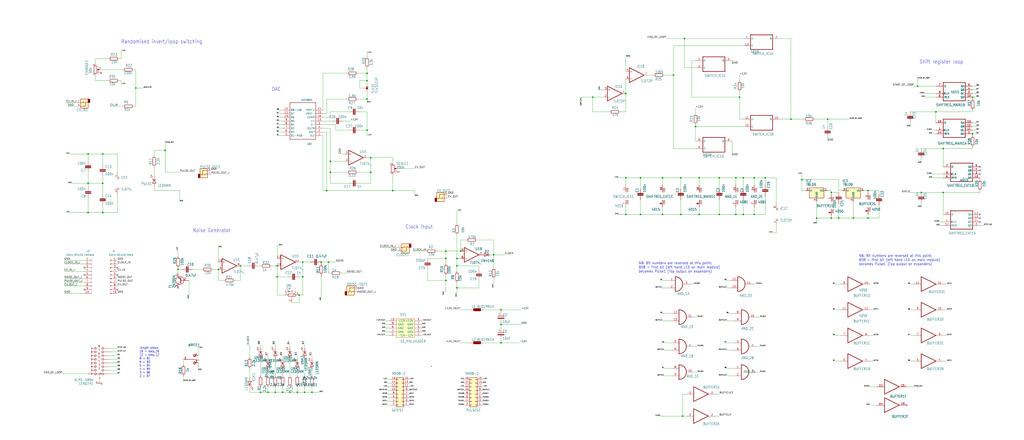
<source format=kicad_sch>
(kicad_sch (version 20211123) (generator eeschema)
  (paper "User" 708.66 304.8)
  (junction (at 472.44 288.29))
  (junction (at 466.09 52.07))
  (junction (at 572.77 82.55))
  (junction (at 71.12 147.32))
  (junction (at 195.58 271.78))
  (junction (at 514.35 123.19))
  (junction (at 190.5 271.78))
  (junction (at 166.37 184.15))
  (junction (at 637.54 133.35))
  (junction (at 433.07 148.59))
  (junction (at 207.01 204.47))
  (junction (at 509.27 148.59))
  (junction (at 180.34 271.78))
  (junction (at 346.71 214.63))
  (junction (at 600.71 132.08))
  (junction (at 200.66 271.78))
  (junction (at 514.35 148.59))
  (junction (at 473.71 26.67))
  (junction (at 60.96 147.32))
  (junction (at 316.23 199.39))
  (junction (at 60.96 106.68))
  (junction (at 215.9 271.78))
  (junction (at 673.1 92.71))
  (junction (at 458.47 123.19))
  (junction (at 346.71 237.49))
  (junction (at 471.17 148.59))
  (junction (at 346.71 224.79))
  (junction (at 254 50.8))
  (junction (at 483.87 148.59))
  (junction (at 341.63 176.53))
  (junction (at 509.27 123.19))
  (junction (at 191.77 191.77))
  (junction (at 60.96 127))
  (junction (at 575.31 133.35))
  (junction (at 458.47 148.59))
  (junction (at 308.61 179.07))
  (junction (at 521.97 123.19))
  (junction (at 316.23 184.15))
  (junction (at 580.39 151.13))
  (junction (at 443.23 123.19))
  (junction (at 114.3 104.14))
  (junction (at 210.82 271.78))
  (junction (at 209.55 181.61))
  (junction (at 600.71 151.13))
  (junction (at 481.33 87.63))
  (junction (at 71.12 106.68))
  (junction (at 271.78 132.08))
  (junction (at 471.17 123.19))
  (junction (at 93.98 60.96))
  (junction (at 254 90.17))
  (junction (at 433.07 64.77))
  (junction (at 254 55.88))
  (junction (at 529.59 123.19))
  (junction (at 565.15 151.13))
  (junction (at 316.23 179.07))
  (junction (at 521.97 148.59))
  (junction (at 575.31 151.13))
  (junction (at 191.77 184.15))
  (junction (at 228.6 119.38))
  (junction (at 483.87 123.19))
  (junction (at 209.55 191.77))
  (junction (at 652.78 133.35))
  (junction (at 673.1 67.31))
  (junction (at 308.61 194.31))
  (junction (at 151.13 186.69))
  (junction (at 254 68.58))
  (junction (at 590.55 151.13))
  (junction (at 256.54 119.38))
  (junction (at 318.77 173.99))
  (junction (at 497.84 148.59))
  (junction (at 256.54 109.22))
  (junction (at 227.33 181.61))
  (junction (at 205.74 271.78))
  (junction (at 222.25 181.61))
  (junction (at 443.23 148.59))
  (junction (at 185.42 271.78))
  (junction (at 433.07 123.19))
  (junction (at 123.19 186.69))
  (junction (at 635 59.69))
  (junction (at 308.61 173.99))
  (junction (at 554.99 124.46))
  (junction (at 497.84 123.19))
  (junction (at 547.37 82.55))
  (junction (at 511.81 67.31))
  (junction (at 226.06 132.08))
  (junction (at 228.6 111.76))
  (junction (at 71.12 127))
  (junction (at 652.78 102.87))
  (junction (at 410.21 67.31))
  (junction (at 647.7 77.47))
  (no_connect (at 678.18 120.65))
  (no_connect (at 678.18 115.57))
  (no_connect (at 678.18 118.11))
  (no_connect (at 627.38 280.67))
  (no_connect (at 123.19 199.39))
  (no_connect (at 678.18 148.59))
  (no_connect (at 678.18 151.13))
  (no_connect (at 678.18 153.67))
  (no_connect (at 81.28 190.5))
  (no_connect (at 81.28 200.66))
  (no_connect (at 81.28 185.42))
  (no_connect (at 58.42 185.42))
  (no_connect (at 58.42 200.66))
  (no_connect (at 58.42 190.5))
  (wire (pts (xy 222.25 181.61) (xy 227.33 181.61)))
  (wire (pts (xy 637.54 133.35) (xy 652.78 133.35)))
  (wire (pts (xy 673.1 102.87) (xy 652.78 102.87)))
  (wire (pts (xy 137.16 241.3) (xy 137.16 246.38)))
  (wire (pts (xy 590.55 151.13) (xy 590.55 139.7)))
  (wire (pts (xy 554.99 132.08) (xy 557.53 132.08)))
  (wire (pts (xy 81.28 254) (xy 76.2 254)))
  (wire (pts (xy 81.28 243.84) (xy 76.2 243.84)))
  (wire (pts (xy 172.72 269.24) (xy 172.72 271.78)))
  (wire (pts (xy 330.2 166.37) (xy 341.63 166.37)))
  (wire (pts (xy 81.28 259.08) (xy 76.2 259.08)))
  (wire (pts (xy 195.58 267.97) (xy 195.58 271.78)))
  (wire (pts (xy 471.17 123.19) (xy 483.87 123.19)))
  (wire (pts (xy 172.72 238.76) (xy 172.72 247.65)))
  (wire (pts (xy 248.92 77.47) (xy 254 77.47)))
  (wire (pts (xy 71.12 142.24) (xy 71.12 147.32)))
  (wire (pts (xy 308.61 179.07) (xy 295.91 179.07)))
  (wire (pts (xy 187.96 184.15) (xy 191.77 184.15)))
  (wire (pts (xy 209.55 191.77) (xy 209.55 204.47)))
  (wire (pts (xy 604.52 250.19) (xy 601.98 250.19)))
  (wire (pts (xy 236.22 189.23) (xy 240.03 189.23)))
  (wire (pts (xy 635 59.69) (xy 647.7 59.69)))
  (wire (pts (xy 572.77 87.63) (xy 572.77 82.55)))
  (wire (pts (xy 604.52 214.63) (xy 601.98 214.63)))
  (wire (pts (xy 678.18 123.19) (xy 678.18 124.46)))
  (wire (pts (xy 151.13 171.45) (xy 151.13 181.61)))
  (wire (pts (xy 44.45 198.12) (xy 58.42 198.12)))
  (wire (pts (xy 458.47 199.39) (xy 462.28 199.39)))
  (wire (pts (xy 247.65 199.39) (xy 247.65 200.66)))
  (wire (pts (xy 600.71 132.08) (xy 608.33 132.08)))
  (wire (pts (xy 307.34 201.93) (xy 308.61 201.93)))
  (wire (pts (xy 473.71 26.67) (xy 514.35 26.67)))
  (wire (pts (xy 226.06 78.74) (xy 223.52 78.74)))
  (wire (pts (xy 497.84 273.05) (xy 495.3 273.05)))
  (wire (pts (xy 285.75 173.99) (xy 294.64 173.99)))
  (wire (pts (xy 270.51 173.99) (xy 275.59 173.99)))
  (wire (pts (xy 429.26 77.47) (xy 433.07 77.47)))
  (wire (pts (xy 458.47 128.27) (xy 458.47 123.19)))
  (wire (pts (xy 190.5 248.92) (xy 190.5 260.35)))
  (wire (pts (xy 502.92 242.57) (xy 508 242.57)))
  (wire (pts (xy 83.82 58.42) (xy 83.82 55.88)))
  (wire (pts (xy 193.04 81.28) (xy 195.58 81.28)))
  (wire (pts (xy 629.92 77.47) (xy 647.7 77.47)))
  (wire (pts (xy 124.46 119.38) (xy 114.3 119.38)))
  (wire (pts (xy 575.31 133.35) (xy 575.31 132.08)))
  (wire (pts (xy 210.82 271.78) (xy 205.74 271.78)))
  (wire (pts (xy 629.92 85.09) (xy 629.92 87.63)))
  (wire (pts (xy 60.96 106.68) (xy 71.12 106.68)))
  (wire (pts (xy 223.52 132.08) (xy 226.06 132.08)))
  (wire (pts (xy 210.82 248.92) (xy 210.82 260.35)))
  (wire (pts (xy 45.72 71.12) (xy 53.34 71.12)))
  (wire (pts (xy 673.1 67.31) (xy 673.1 68.58)))
  (wire (pts (xy 227.33 189.23) (xy 228.6 189.23)))
  (wire (pts (xy 205.74 267.97) (xy 205.74 271.78)))
  (wire (pts (xy 318.77 214.63) (xy 325.12 214.63)))
  (wire (pts (xy 433.07 64.77) (xy 433.07 54.61)))
  (wire (pts (xy 604.52 232.41) (xy 601.98 232.41)))
  (wire (pts (xy 448.31 52.07) (xy 452.12 52.07)))
  (wire (pts (xy 645.16 90.17) (xy 647.7 90.17)))
  (wire (pts (xy 575.31 151.13) (xy 565.15 151.13)))
  (wire (pts (xy 316.23 199.39) (xy 316.23 203.2)))
  (wire (pts (xy 227.33 181.61) (xy 232.41 181.61)))
  (wire (pts (xy 410.21 77.47) (xy 421.64 77.47)))
  (wire (pts (xy 537.21 156.21) (xy 537.21 161.29)))
  (wire (pts (xy 537.21 123.19) (xy 537.21 140.97)))
  (wire (pts (xy 509.27 123.19) (xy 514.35 123.19)))
  (wire (pts (xy 195.58 246.38) (xy 195.58 248.92)))
  (wire (pts (xy 459.74 242.57) (xy 464.82 242.57)))
  (wire (pts (xy 316.23 162.56) (xy 316.23 179.07)))
  (wire (pts (xy 180.34 267.97) (xy 180.34 271.78)))
  (wire (pts (xy 316.23 199.39) (xy 331.47 199.39)))
  (wire (pts (xy 650.24 153.67) (xy 652.78 153.67)))
  (wire (pts (xy 650.24 156.21) (xy 652.78 156.21)))
  (wire (pts (xy 247.65 201.93) (xy 247.65 203.2)))
  (wire (pts (xy 331.47 184.15) (xy 331.47 186.69)))
  (wire (pts (xy 71.12 114.3) (xy 71.12 106.68)))
  (wire (pts (xy 190.5 271.78) (xy 185.42 271.78)))
  (wire (pts (xy 652.78 102.87) (xy 637.54 102.87)))
  (wire (pts (xy 195.58 271.78) (xy 190.5 271.78)))
  (wire (pts (xy 48.26 147.32) (xy 60.96 147.32)))
  (wire (pts (xy 514.35 130.81) (xy 514.35 123.19)))
  (wire (pts (xy 433.07 148.59) (xy 443.23 148.59)))
  (wire (pts (xy 191.77 184.15) (xy 191.77 191.77)))
  (wire (pts (xy 483.87 148.59) (xy 497.84 148.59)))
  (wire (pts (xy 443.23 148.59) (xy 458.47 148.59)))
  (wire (pts (xy 673.1 92.71) (xy 673.1 93.98)))
  (wire (pts (xy 539.75 26.67) (xy 547.37 26.67)))
  (wire (pts (xy 608.33 132.08) (xy 608.33 134.62)))
  (wire (pts (xy 179.07 184.15) (xy 180.34 184.15)))
  (wire (pts (xy 506.73 44.45) (xy 506.73 41.91)))
  (wire (pts (xy 267.97 270.51) (xy 270.51 270.51)))
  (wire (pts (xy 346.71 234.95) (xy 346.71 237.49)))
  (wire (pts (xy 308.61 190.5) (xy 308.61 194.31)))
  (wire (pts (xy 316.23 184.15) (xy 316.23 187.96)))
  (wire (pts (xy 223.52 83.82) (xy 229.87 83.82)))
  (wire (pts (xy 147.32 186.69) (xy 151.13 186.69)))
  (wire (pts (xy 497.84 130.81) (xy 497.84 123.19)))
  (wire (pts (xy 66.04 52.07) (xy 66.04 55.88)))
  (wire (pts (xy 539.75 82.55) (xy 547.37 82.55)))
  (wire (pts (xy 346.71 227.33) (xy 346.71 224.79)))
  (wire (pts (xy 66.04 40.64) (xy 74.93 40.64)))
  (wire (pts (xy 635 59.69) (xy 635 54.61)))
  (wire (pts (xy 511.81 63.5) (xy 511.81 67.31)))
  (wire (pts (xy 514.35 31.75) (xy 466.09 31.75)))
  (wire (pts (xy 459.74 237.49) (xy 464.82 237.49)))
  (wire (pts (xy 590.55 151.13) (xy 580.39 151.13)))
  (wire (pts (xy 226.06 91.44) (xy 226.06 132.08)))
  (wire (pts (xy 193.04 78.74) (xy 195.58 78.74)))
  (wire (pts (xy 504.19 217.17) (xy 508 217.17)))
  (wire (pts (xy 254 55.88) (xy 254 50.8)))
  (wire (pts (xy 601.98 267.97) (xy 607.06 267.97)))
  (wire (pts (xy 266.7 229.87) (xy 269.24 229.87)))
  (wire (pts (xy 443.23 130.81) (xy 443.23 123.19)))
  (wire (pts (xy 43.18 259.08) (xy 60.96 259.08)))
  (wire (pts (xy 481.33 41.91) (xy 478.79 41.91)))
  (wire (pts (xy 191.77 170.18) (xy 191.77 179.07)))
  (wire (pts (xy 316.23 146.05) (xy 316.23 154.94)))
  (wire (pts (xy 200.66 248.92) (xy 200.66 260.35)))
  (wire (pts (xy 472.44 273.05) (xy 474.98 273.05)))
  (wire (pts (xy 360.68 214.63) (xy 346.71 214.63)))
  (wire (pts (xy 509.27 143.51) (xy 509.27 148.59)))
  (wire (pts (xy 223.52 50.8) (xy 240.03 50.8)))
  (wire (pts (xy 251.46 60.96) (xy 248.92 60.96)))
  (wire (pts (xy 645.16 120.65) (xy 652.78 120.65)))
  (wire (pts (xy 502.92 260.35) (xy 508 260.35)))
  (wire (pts (xy 254 90.17) (xy 254 93.98)))
  (wire (pts (xy 295.91 186.69) (xy 295.91 194.31)))
  (wire (pts (xy 200.66 267.97) (xy 200.66 271.78)))
  (wire (pts (xy 215.9 256.54) (xy 215.9 260.35)))
  (wire (pts (xy 482.6 257.81) (xy 480.06 257.81)))
  (wire (pts (xy 525.78 219.71) (xy 523.24 219.71)))
  (wire (pts (xy 60.96 127) (xy 71.12 127)))
  (wire (pts (xy 123.19 173.99) (xy 123.19 177.8)))
  (wire (pts (xy 308.61 179.07) (xy 308.61 182.88)))
  (wire (pts (xy 346.71 224.79) (xy 360.68 224.79)))
  (wire (pts (xy 60.96 111.76) (xy 60.96 106.68)))
  (wire (pts (xy 92.71 48.26) (xy 93.98 48.26)))
  (wire (pts (xy 529.59 135.89) (xy 529.59 148.59)))
  (wire (pts (xy 483.87 123.19) (xy 497.84 123.19)))
  (wire (pts (xy 652.78 102.87) (xy 652.78 115.57)))
  (wire (pts (xy 341.63 166.37) (xy 341.63 176.53)))
  (wire (pts (xy 523.24 196.85) (xy 520.7 196.85)))
  (wire (pts (xy 223.52 91.44) (xy 226.06 91.44)))
  (wire (pts (xy 66.04 40.64) (xy 66.04 44.45)))
  (wire (pts (xy 675.64 64.77) (xy 673.1 64.77)))
  (wire (pts (xy 497.84 123.19) (xy 509.27 123.19)))
  (wire (pts (xy 205.74 256.54) (xy 205.74 260.35)))
  (wire (pts (xy 223.52 86.36) (xy 232.41 86.36)))
  (wire (pts (xy 580.39 124.46) (xy 580.39 132.08)))
  (wire (pts (xy 637.54 113.03) (xy 637.54 110.49)))
  (wire (pts (xy 81.28 256.54) (xy 76.2 256.54)))
  (wire (pts (xy 572.77 82.55) (xy 588.01 82.55)))
  (wire (pts (xy 71.12 147.32) (xy 81.28 147.32)))
  (wire (pts (xy 226.06 68.58) (xy 226.06 78.74)))
  (wire (pts (xy 443.23 138.43) (xy 443.23 148.59)))
  (wire (pts (xy 673.1 101.6) (xy 673.1 102.87)))
  (wire (pts (xy 459.74 52.07) (xy 466.09 52.07)))
  (wire (pts (xy 267.97 262.89) (xy 270.51 262.89)))
  (wire (pts (xy 509.27 148.59) (xy 514.35 148.59)))
  (wire (pts (xy 254 63.5) (xy 254 68.58)))
  (wire (pts (xy 162.56 194.31) (xy 166.37 194.31)))
  (wire (pts (xy 271.78 132.08) (xy 287.02 132.08)))
  (wire (pts (xy 195.58 256.54) (xy 195.58 260.35)))
  (wire (pts (xy 232.41 86.36) (xy 232.41 90.17)))
  (wire (pts (xy 267.97 275.59) (xy 270.51 275.59)))
  (wire (pts (xy 254 71.12) (xy 254 68.58)))
  (wire (pts (xy 346.71 215.9) (xy 346.71 214.63)))
  (wire (pts (xy 316.23 195.58) (xy 316.23 199.39)))
  (wire (pts (xy 223.52 50.8) (xy 223.52 76.2)))
  (wire (pts (xy 640.08 64.77) (xy 647.7 64.77)))
  (wire (pts (xy 458.47 123.19) (xy 471.17 123.19)))
  (wire (pts (xy 415.29 62.23) (xy 417.83 62.23)))
  (wire (pts (xy 254 35.56) (xy 254 39.37)))
  (wire (pts (xy 637.54 140.97) (xy 637.54 143.51)))
  (wire (pts (xy 232.41 90.17) (xy 241.3 90.17)))
  (wire (pts (xy 127 248.92) (xy 127 252.73)))
  (wire (pts (xy 572.77 97.79) (xy 572.77 95.25)))
  (wire (pts (xy 645.16 123.19) (xy 652.78 123.19)))
  (wire (pts (xy 254 46.99) (xy 254 50.8)))
  (wire (pts (xy 66.04 55.88) (xy 74.93 55.88)))
  (wire (pts (xy 652.78 133.35) (xy 652.78 148.59)))
  (wire (pts (xy 502.92 194.31) (xy 505.46 194.31)))
  (wire (pts (xy 509.27 128.27) (xy 509.27 123.19)))
  (wire (pts (xy 267.97 273.05) (xy 270.51 273.05)))
  (wire (pts (xy 575.31 151.13) (xy 575.31 149.86)))
  (wire (pts (xy 608.33 142.24) (xy 608.33 151.13)))
  (wire (pts (xy 199.39 191.77) (xy 191.77 191.77)))
  (wire (pts (xy 271.78 109.22) (xy 271.78 113.03)))
  (wire (pts (xy 106.68 104.14) (xy 106.68 107.95)))
  (wire (pts (xy 514.35 138.43) (xy 514.35 148.59)))
  (wire (pts (xy 502.92 222.25) (xy 508 222.25)))
  (wire (pts (xy 316.23 179.07) (xy 316.23 184.15)))
  (wire (pts (xy 577.85 250.19) (xy 581.66 250.19)))
  (wire (pts (xy 645.16 92.71) (xy 647.7 92.71)))
  (wire (pts (xy 497.84 138.43) (xy 497.84 148.59)))
  (wire (pts (xy 629.92 250.19) (xy 632.46 250.19)))
  (wire (pts (xy 673.1 77.47) (xy 647.7 77.47)))
  (wire (pts (xy 461.01 26.67) (xy 473.71 26.67)))
  (wire (pts (xy 241.3 127) (xy 228.6 127)))
  (wire (pts (xy 511.81 52.07) (xy 511.81 55.88)))
  (wire (pts (xy 511.81 82.55) (xy 514.35 82.55)))
  (wire (pts (xy 205.74 246.38) (xy 205.74 248.92)))
  (wire (pts (xy 215.9 271.78) (xy 210.82 271.78)))
  (wire (pts (xy 171.45 184.15) (xy 166.37 184.15)))
  (wire (pts (xy 473.71 46.99) (xy 473.71 26.67)))
  (wire (pts (xy 316.23 184.15) (xy 331.47 184.15)))
  (wire (pts (xy 254 90.17) (xy 248.92 90.17)))
  (wire (pts (xy 114.3 119.38) (xy 114.3 104.14)))
  (wire (pts (xy 318.77 179.07) (xy 316.23 179.07)))
  (wire (pts (xy 563.88 82.55) (xy 572.77 82.55)))
  (wire (pts (xy 71.12 134.62) (xy 71.12 127)))
  (wire (pts (xy 629.92 214.63) (xy 632.46 214.63)))
  (wire (pts (xy 471.17 138.43) (xy 471.17 148.59)))
  (wire (pts (xy 248.92 55.88) (xy 254 55.88)))
  (wire (pts (xy 346.71 224.79) (xy 346.71 223.52)))
  (wire (pts (xy 433.07 77.47) (xy 433.07 64.77)))
  (wire (pts (xy 193.04 91.44) (xy 195.58 91.44)))
  (wire (pts (xy 458.47 217.17) (xy 464.82 217.17)))
  (wire (pts (xy 466.09 102.87) (xy 481.33 102.87)))
  (wire (pts (xy 228.6 88.9) (xy 228.6 111.76)))
  (wire (pts (xy 680.72 156.21) (xy 678.18 156.21)))
  (wire (pts (xy 256.54 109.22) (xy 271.78 109.22)))
  (wire (pts (xy 481.33 86.36) (xy 481.33 87.63)))
  (wire (pts (xy 254 109.22) (xy 256.54 109.22)))
  (wire (pts (xy 267.97 278.13) (xy 270.51 278.13)))
  (wire (pts (xy 223.52 81.28) (xy 228.6 81.28)))
  (wire (pts (xy 226.06 68.58) (xy 240.03 68.58)))
  (wire (pts (xy 209.55 181.61) (xy 209.55 191.77)))
  (wire (pts (xy 49.53 127) (xy 60.96 127)))
  (wire (pts (xy 478.79 41.91) (xy 478.79 67.31)))
  (wire (pts (xy 632.46 59.69) (xy 635 59.69)))
  (wire (pts (xy 267.97 265.43) (xy 270.51 265.43)))
  (wire (pts (xy 608.33 151.13) (xy 600.71 151.13)))
  (wire (pts (xy 267.97 280.67) (xy 270.51 280.67)))
  (wire (pts (xy 201.93 209.55) (xy 207.01 209.55)))
  (wire (pts (xy 60.96 119.38) (xy 60.96 127)))
  (wire (pts (xy 228.6 111.76) (xy 228.6 119.38)))
  (wire (pts (xy 655.32 250.19) (xy 652.78 250.19)))
  (wire (pts (xy 577.85 196.85) (xy 581.66 196.85)))
  (wire (pts (xy 228.6 81.28) (xy 228.6 77.47)))
  (wire (pts (xy 44.45 180.34) (xy 58.42 180.34)))
  (wire (pts (xy 471.17 148.59) (xy 483.87 148.59)))
  (wire (pts (xy 529.59 148.59) (xy 521.97 148.59)))
  (wire (pts (xy 483.87 143.51) (xy 483.87 148.59)))
  (wire (pts (xy 554.99 120.65) (xy 554.99 124.46)))
  (wire (pts (xy 223.52 93.98) (xy 223.52 132.08)))
  (wire (pts (xy 172.72 255.27) (xy 172.72 261.62)))
  (wire (pts (xy 106.68 129.54) (xy 106.68 132.08)))
  (wire (pts (xy 114.3 104.14) (xy 114.3 99.06)))
  (wire (pts (xy 82.55 55.88) (xy 83.82 55.88)))
  (wire (pts (xy 44.45 193.04) (xy 58.42 193.04)))
  (wire (pts (xy 222.25 205.74) (xy 222.25 191.77)))
  (wire (pts (xy 123.19 189.23) (xy 123.19 186.69)))
  (wire (pts (xy 44.45 195.58) (xy 58.42 195.58)))
  (wire (pts (xy 93.98 60.96) (xy 93.98 73.66)))
  (wire (pts (xy 209.55 181.61) (xy 207.01 181.61)))
  (wire (pts (xy 673.1 76.2) (xy 673.1 77.47)))
  (wire (pts (xy 472.44 288.29) (xy 474.98 288.29)))
  (wire (pts (xy 133.35 186.69) (xy 139.7 186.69)))
  (wire (pts (xy 302.26 173.99) (xy 308.61 173.99)))
  (wire (pts (xy 308.61 173.99) (xy 318.77 173.99)))
  (wire (pts (xy 81.28 246.38) (xy 76.2 246.38)))
  (wire (pts (xy 482.6 240.03) (xy 480.06 240.03)))
  (wire (pts (xy 46.99 73.66) (xy 53.34 73.66)))
  (wire (pts (xy 339.09 176.53) (xy 341.63 176.53)))
  (wire (pts (xy 655.32 214.63) (xy 652.78 214.63)))
  (wire (pts (xy 318.77 166.37) (xy 318.77 173.99)))
  (wire (pts (xy 502.92 199.39) (xy 505.46 199.39)))
  (wire (pts (xy 106.68 115.57) (xy 106.68 121.92)))
  (wire (pts (xy 433.07 123.19) (xy 443.23 123.19)))
  (wire (pts (xy 271.78 120.65) (xy 271.78 132.08)))
  (wire (pts (xy 427.99 148.59) (xy 433.07 148.59)))
  (wire (pts (xy 675.64 87.63) (xy 673.1 87.63)))
  (wire (pts (xy 106.68 132.08) (xy 124.46 132.08)))
  (wire (pts (xy 193.04 83.82) (xy 195.58 83.82)))
  (wire (pts (xy 210.82 238.76) (xy 210.82 241.3)))
  (wire (pts (xy 565.15 151.13) (xy 565.15 139.7)))
  (wire (pts (xy 341.63 176.53) (xy 349.25 176.53)))
  (wire (pts (xy 482.6 219.71) (xy 480.06 219.71)))
  (wire (pts (xy 481.33 87.63) (xy 514.35 87.63)))
  (wire (pts (xy 44.45 187.96) (xy 58.42 187.96)))
  (wire (pts (xy 675.64 90.17) (xy 673.1 90.17)))
  (wire (pts (xy 190.5 267.97) (xy 190.5 271.78)))
  (wire (pts (xy 410.21 67.31) (xy 410.21 77.47)))
  (wire (pts (xy 267.97 267.97) (xy 270.51 267.97)))
  (wire (pts (xy 600.71 148.59) (xy 600.71 151.13)))
  (wire (pts (xy 248.92 127) (xy 256.54 127)))
  (wire (pts (xy 472.44 288.29) (xy 472.44 273.05)))
  (wire (pts (xy 675.64 59.69) (xy 673.1 59.69)))
  (wire (pts (xy 200.66 271.78) (xy 195.58 271.78)))
  (wire (pts (xy 207.01 209.55) (xy 207.01 204.47)))
  (wire (pts (xy 81.28 248.92) (xy 76.2 248.92)))
  (wire (pts (xy 185.42 271.78) (xy 180.34 271.78)))
  (wire (pts (xy 554.99 124.46) (xy 554.99 132.08)))
  (wire (pts (xy 675.64 85.09) (xy 673.1 85.09)))
  (wire (pts (xy 226.06 132.08) (xy 271.78 132.08)))
  (wire (pts (xy 137.16 251.46) (xy 137.16 256.54)))
  (wire (pts (xy 529.59 123.19) (xy 521.97 123.19)))
  (wire (pts (xy 228.6 127) (xy 228.6 119.38)))
  (wire (pts (xy 228.6 119.38) (xy 240.03 119.38)))
  (wire (pts (xy 207.01 191.77) (xy 209.55 191.77)))
  (wire (pts (xy 123.19 185.42) (xy 123.19 186.69)))
  (wire (pts (xy 433.07 148.59) (xy 433.07 143.51)))
  (wire (pts (xy 71.12 106.68) (xy 81.28 106.68)))
  (wire (pts (xy 598.17 132.08) (xy 600.71 132.08)))
  (wire (pts (xy 427.99 123.19) (xy 433.07 123.19)))
  (wire (pts (xy 151.13 186.69) (xy 151.13 194.31)))
  (wire (pts (xy 497.84 148.59) (xy 509.27 148.59)))
  (wire (pts (xy 481.33 87.63) (xy 481.33 97.79)))
  (wire (pts (xy 196.85 204.47) (xy 191.77 204.47)))
  (wire (pts (xy 481.33 74.93) (xy 481.33 78.74)))
  (wire (pts (xy 44.45 203.2) (xy 58.42 203.2)))
  (wire (pts (xy 256.54 127) (xy 256.54 119.38)))
  (wire (pts (xy 502.92 237.49) (xy 508 237.49)))
  (wire (pts (xy 514.35 148.59) (xy 521.97 148.59)))
  (wire (pts (xy 124.46 132.08) (xy 124.46 139.7)))
  (wire (pts (xy 287.02 132.08) (xy 287.02 135.89)))
  (wire (pts (xy 44.45 182.88) (xy 58.42 182.88)))
  (wire (pts (xy 481.33 46.99) (xy 473.71 46.99)))
  (wire (pts (xy 502.92 255.27) (xy 508 255.27)))
  (wire (pts (xy 410.21 67.31) (xy 402.59 67.31)))
  (wire (pts (xy 547.37 26.67) (xy 547.37 82.55)))
  (wire (pts (xy 214.63 181.61) (xy 209.55 181.61)))
  (wire (pts (xy 577.85 214.63) (xy 581.66 214.63)))
  (wire (pts (xy 93.98 60.96) (xy 99.06 60.96)))
  (wire (pts (xy 125.73 186.69) (xy 123.19 186.69)))
  (wire (pts (xy 521.97 128.27) (xy 521.97 123.19)))
  (wire (pts (xy 572.77 132.08) (xy 575.31 132.08)))
  (wire (pts (xy 256.54 109.22) (xy 256.54 119.38)))
  (wire (pts (xy 629.92 232.41) (xy 632.46 232.41)))
  (wire (pts (xy 130.81 204.47) (xy 130.81 194.31)))
  (wire (pts (xy 205.74 271.78) (xy 200.66 271.78)))
  (wire (pts (xy 577.85 232.41) (xy 581.66 232.41)))
  (wire (pts (xy 471.17 130.81) (xy 471.17 123.19)))
  (wire (pts (xy 262.89 171.45) (xy 275.59 171.45)))
  (wire (pts (xy 675.64 92.71) (xy 673.1 92.71)))
  (wire (pts (xy 466.09 31.75) (xy 466.09 52.07)))
  (wire (pts (xy 497.84 288.29) (xy 495.3 288.29)))
  (wire (pts (xy 459.74 260.35) (xy 464.82 260.35)))
  (wire (pts (xy 647.7 77.47) (xy 647.7 85.09)))
  (wire (pts (xy 228.6 77.47) (xy 241.3 77.47)))
  (wire (pts (xy 580.39 124.46) (xy 554.99 124.46)))
  (wire (pts (xy 82.55 40.64) (xy 83.82 40.64)))
  (wire (pts (xy 237.49 83.82) (xy 242.57 83.82)))
  (wire (pts (xy 210.82 267.97) (xy 210.82 271.78)))
  (wire (pts (xy 655.32 196.85) (xy 652.78 196.85)))
  (wire (pts (xy 525.78 257.81) (xy 523.24 257.81)))
  (wire (pts (xy 514.35 123.19) (xy 521.97 123.19)))
  (wire (pts (xy 457.2 288.29) (xy 472.44 288.29)))
  (wire (pts (xy 359.41 237.49) (xy 346.71 237.49)))
  (wire (pts (xy 580.39 151.13) (xy 575.31 151.13)))
  (wire (pts (xy 266.7 222.25) (xy 269.24 222.25)))
  (wire (pts (xy 247.65 119.38) (xy 256.54 119.38)))
  (wire (pts (xy 180.34 238.76) (xy 180.34 241.3)))
  (wire (pts (xy 93.98 48.26) (xy 93.98 60.96)))
  (wire (pts (xy 48.26 106.68) (xy 60.96 106.68)))
  (wire (pts (xy 308.61 179.07) (xy 308.61 173.99)))
  (wire (pts (xy 191.77 170.18) (xy 193.04 170.18)))
  (wire (pts (xy 81.28 251.46) (xy 76.2 251.46)))
  (wire (pts (xy 466.09 52.07) (xy 466.09 102.87)))
  (wire (pts (xy 275.59 116.84) (xy 287.02 116.84)))
  (wire (pts (xy 76.2 73.66) (xy 85.09 73.66)))
  (wire (pts (xy 254 77.47) (xy 254 90.17)))
  (wire (pts (xy 207.01 204.47) (xy 209.55 204.47)))
  (wire (pts (xy 81.28 241.3) (xy 76.2 241.3)))
  (wire (pts (xy 506.73 107.95) (xy 506.73 97.79)))
  (wire (pts (xy 185.42 267.97) (xy 185.42 271.78)))
  (wire (pts (xy 458.47 148.59) (xy 471.17 148.59)))
  (wire (pts (xy 193.04 86.36) (xy 195.58 86.36)))
  (wire (pts (xy 247.65 68.58) (xy 254 68.58)))
  (wire (pts (xy 254 58.42) (xy 254 55.88)))
  (wire (pts (xy 464.82 222.25) (xy 458.47 222.25)))
  (wire (pts (xy 71.12 121.92) (xy 71.12 127)))
  (wire (pts (xy 60.96 137.16) (xy 60.96 147.32)))
  (wire (pts (xy 629.92 133.35) (xy 637.54 133.35)))
  (wire (pts (xy 601.98 280.67) (xy 607.06 280.67)))
  (wire (pts (xy 193.04 76.2) (xy 195.58 76.2)))
  (wire (pts (xy 341.63 176.53) (xy 341.63 185.42)))
  (wire (pts (xy 81.28 119.38) (xy 81.28 106.68)))
  (wire (pts (xy 193.04 88.9) (xy 195.58 88.9)))
  (wire (pts (xy 83.82 35.56) (xy 83.82 40.64)))
  (wire (pts (xy 521.97 143.51) (xy 521.97 148.59)))
  (wire (pts (xy 220.98 271.78) (xy 215.9 271.78)))
  (wire (pts (xy 172.72 271.78) (xy 180.34 271.78)))
  (wire (pts (xy 525.78 240.03) (xy 523.24 240.03)))
  (wire (pts (xy 678.18 132.08) (xy 678.18 133.35)))
  (wire (pts (xy 575.31 133.35) (xy 580.39 133.35)))
  (wire (pts (xy 580.39 140.97) (xy 580.39 151.13)))
  (wire (pts (xy 92.71 73.66) (xy 93.98 73.66)))
  (wire (pts (xy 190.5 238.76) (xy 190.5 241.3)))
  (wire (pts (xy 341.63 193.04) (xy 341.63 196.85)))
  (wire (pts (xy 223.52 88.9) (xy 228.6 88.9)))
  (wire (pts (xy 331.47 199.39) (xy 331.47 194.31)))
  (wire (pts (xy 483.87 128.27) (xy 483.87 123.19)))
  (wire (pts (xy 675.64 67.31) (xy 673.1 67.31)))
  (wire (pts (xy 180.34 248.92) (xy 180.34 260.35)))
  (wire (pts (xy 529.59 123.19) (xy 537.21 123.19)))
  (wire (pts (xy 433.07 123.19) (xy 433.07 128.27)))
  (wire (pts (xy 575.31 134.62) (xy 575.31 133.35)))
  (wire (pts (xy 600.71 133.35) (xy 600.71 132.08)))
  (wire (pts (xy 458.47 194.31) (xy 462.28 194.31)))
  (wire (pts (xy 632.46 267.97) (xy 627.38 267.97)))
  (wire (pts (xy 69.85 48.26) (xy 85.09 48.26)))
  (wire (pts (xy 166.37 194.31) (xy 166.37 184.15)))
  (wire (pts (xy 678.18 133.35) (xy 652.78 133.35)))
  (wire (pts (xy 537.21 161.29) (xy 534.67 161.29)))
  (wire (pts (xy 185.42 246.38) (xy 185.42 248.92)))
  (wire (pts (xy 346.71 237.49) (xy 335.28 237.49)))
  (wire (pts (xy 433.07 39.37) (xy 433.07 49.53)))
  (wire (pts (xy 308.61 201.93) (xy 308.61 194.31)))
  (wire (pts (xy 318.77 166.37) (xy 322.58 166.37)))
  (wire (pts (xy 193.04 93.98) (xy 195.58 93.98)))
  (wire (pts (xy 655.32 232.41) (xy 652.78 232.41)))
  (wire (pts (xy 228.6 111.76) (xy 238.76 111.76)))
  (wire (pts (xy 511.81 67.31) (xy 511.81 82.55)))
  (wire (pts (xy 346.71 214.63) (xy 335.28 214.63)))
  (wire (pts (xy 215.9 246.38) (xy 215.9 248.92)))
  (wire (pts (xy 629.92 196.85) (xy 632.46 196.85)))
  (wire (pts (xy 529.59 128.27) (xy 529.59 123.19)))
  (wire (pts (xy 443.23 123.19) (xy 458.47 123.19)))
  (wire (pts (xy 478.79 67.31) (xy 511.81 67.31)))
  (wire (pts (xy 458.47 143.51) (xy 458.47 148.59)))
  (wire (pts (xy 647.7 67.31) (xy 640.08 67.31)))
  (wire (pts (xy 318.77 237.49) (xy 325.12 237.49)))
  (wire (pts (xy 227.33 189.23) (xy 227.33 181.61)))
  (wire (pts (xy 580.39 132.08) (xy 582.93 132.08)))
  (wire (pts (xy 247.65 50.8) (xy 254 50.8)))
  (wire (pts (xy 266.7 224.79) (xy 269.24 224.79)))
  (wire (pts (xy 565.15 154.94) (xy 565.15 151.13)))
  (wire (pts (xy 127 260.35) (xy 127 264.16)))
  (wire (pts (xy 106.68 104.14) (xy 114.3 104.14)))
  (wire (pts (xy 417.83 67.31) (xy 410.21 67.31)))
  (wire (pts (xy 248.92 55.88) (xy 248.92 60.96)))
  (wire (pts (xy 215.9 267.97) (xy 215.9 271.78)))
  (wire (pts (xy 600.71 151.13) (xy 590.55 151.13)))
  (wire (pts (xy 185.42 256.54) (xy 185.42 260.35)))
  (wire (pts (xy 266.7 232.41) (xy 269.24 232.41)))
  (wire (pts (xy 60.96 147.32) (xy 71.12 147.32)))
  (wire (pts (xy 191.77 191.77) (xy 191.77 204.47)))
  (wire (pts (xy 200.66 238.76) (xy 200.66 241.3)))
  (wire (pts (xy 236.22 106.68) (xy 238.76 106.68)))
  (wire (pts (xy 308.61 194.31) (xy 295.91 194.31)))
  (wire (pts (xy 60.96 129.54) (xy 60.96 127)))
  (wire (pts (xy 459.74 255.27) (xy 464.82 255.27)))
  (wire (pts (xy 547.37 82.55) (xy 556.26 82.55)))
  (wire (pts (xy 81.28 134.62) (xy 81.28 147.32)))
  (wire (pts (xy 480.06 196.85) (xy 477.52 196.85)))
  (wire (pts (xy 151.13 194.31) (xy 154.94 194.31)))
  (wire (pts (xy 675.64 62.23) (xy 673.1 62.23)))
  (wire (pts (xy 266.7 227.33) (xy 269.24 227.33)))
  (text "Shift register loop" (at 636.27 44.45 180) (effects (font (size 2.54 2.159)) (justify left bottom)))
  (text "Length steps:\n16 = step_16\n12 = step_12\n8 = B1\n6 = B3\n5 = B4\n4 = B5\n3 = B6\n2 = B7" (at 96.52 261.62 0) (effects (font (size 1.524 1.2954)) (justify left bottom)))
  (text "Randomised invert/loop switching" (at 83.82 30.48 180) (effects (font (size 2.54 2.159)) (justify left bottom)))
  (text "/Users/aash/Dropbox/Electronics/~{MODULAR/design/logo} copy.bmp" (at 298.45 254.0127 0) (effects (font (size 0.005 0.005)) (justify left bottom)))
  (text "DAC" (at 187.96 63.5 180) (effects (font (size 2.54 2.159)) (justify left bottom)))
  (text "NB: Bit numbers are reversed at this point:\nBit8 = first bit (left hand LED on main module)\nbecomes Pulse1 (Top output on expanders)" (at 594.36 184.15 0) (effects (font (size 1.778 1.5113)) (justify left bottom)))
  (text "NB: Bit numbers are reversed at this point:\nBit8 = first bit (left hand LED on main module)\nbecomes Pulse1 (Top output on expanders)" (at 441.96 189.23 0) (effects (font (size 1.778 1.5113)) (justify left bottom)))
  (text "Clock input" (at 280.67 158.75 180) (effects (font (size 2.54 2.159)) (justify left bottom)))
  (text "Noise Generator" (at 133.35 161.29 180) (effects (font (size 2.54 2.159)) (justify left bottom)))
  (label "GATE5" (at 604.52 250.19 0) (effects (font (size 0.7112 0.7112))))
  (label "B5" (at 502.92 194.31 180) (effects (font (size 0.7112 0.7112))))
  (label "+12V" (at 481.33 74.93 0) (effects (font (size 1.2446 1.2446))))
  (label "GND" (at 81.28 180.34 0))
  (label "GATE1" (at 283.21 280.67 0) (effects (font (size 0.7112 0.7112))))
  (label "PULSE2" (at 525.78 240.03 0) (effects (font (size 0.7112 0.7112))))
  (label "GND" (at 247.65 200.66 0))
  (label "+12V" (at 554.99 120.65 180) (effects (font (size 0.7112 0.7112))))
  (label "GATE4" (at 267.97 278.13 180) (effects (font (size 0.7112 0.7112))))
  (label "GND" (at 46.99 73.66 0))
  (label "B1" (at 577.85 196.85 180) (effects (font (size 0.7112 0.7112))))
  (label "BUFFCLK" (at 321.31 270.51 180) (effects (font (size 0.7112 0.7112))))
  (label "GND" (at 601.98 280.67 180) (effects (font (size 0.7112 0.7112))))
  (label "NOISE_OUT" (at 81.28 193.04 0))
  (label "STEP_12" (at 81.28 243.84 0) (effects (font (size 0.889 0.889))))
  (label "PULSE8" (at 480.06 196.85 0) (effects (font (size 0.7112 0.7112))))
  (label "GND" (at 44.45 203.2 0))
  (label "GND" (at 640.08 67.31 180) (effects (font (size 0.7112 0.7112))))
  (label "PULSE_OUT" (at 114.3 99.06 0) (effects (font (size 0.7112 0.7112))))
  (label "GATE6" (at 604.52 232.41 0) (effects (font (size 0.7112 0.7112))))
  (label "GND" (at 124.46 139.7 0) (effects (font (size 0.7112 0.7112))))
  (label "+12V" (at 283.21 262.89 0) (effects (font (size 0.7112 0.7112))))
  (label "B1" (at 215.9 246.38 90) (effects (font (size 1.2446 1.2446))))
  (label "CLOCK_IN_J" (at 262.89 171.45 0))
  (label "PULSE6" (at 321.31 275.59 180) (effects (font (size 0.7112 0.7112))))
  (label "GND" (at 151.13 171.45 0) (effects (font (size 0.7112 0.7112))))
  (label "GND" (at 506.73 107.95 0) (effects (font (size 1.2446 1.2446))))
  (label "NOISE" (at 232.41 181.61 0) (effects (font (size 1.2446 1.2446))))
  (label "B5" (at 629.92 196.85 180) (effects (font (size 0.7112 0.7112))))
  (label "+12V" (at 137.16 241.3 0) (effects (font (size 0.7112 0.7112))))
  (label "LOOP_CTRL" (at 99.06 60.96 0) (effects (font (size 0.7112 0.7112))))
  (label "GND" (at 193.04 170.18 0) (effects (font (size 0.7112 0.7112))))
  (label "B7" (at 185.42 246.38 90) (effects (font (size 1.2446 1.2446))))
  (label "CV_IN_J" (at 45.72 71.12 0))
  (label "BUFFCLK" (at 497.84 288.29 0) (effects (font (size 1.2446 1.2446))))
  (label "CLOCK" (at 640.08 64.77 180) (effects (font (size 0.7112 0.7112))))
  (label "GND" (at 334.01 265.43 0) (effects (font (size 0.7112 0.7112))))
  (label "GND" (at 427.99 148.59 180) (effects (font (size 0.7112 0.7112))))
  (label "CLOCK" (at 457.2 288.29 180) (effects (font (size 0.7112 0.7112))))
  (label "B5" (at 193.04 83.82 180) (effects (font (size 0.7112 0.7112))))
  (label "B8" (at 180.34 238.76 90) (effects (font (size 1.2446 1.2446))))
  (label "BUFFCLK" (at 334.01 270.51 0) (effects (font (size 0.7112 0.7112))))
  (label "-12V_INLET" (at 266.7 232.41 180) (effects (font (size 0.7112 0.7112))))
  (label "GND" (at 637.54 113.03 180) (effects (font (size 0.7112 0.7112))))
  (label "B4" (at 200.66 238.76 90) (effects (font (size 1.2446 1.2446))))
  (label "B6" (at 190.5 238.76 90) (effects (font (size 1.2446 1.2446))))
  (label "CLOCK_IN" (at 285.75 173.99 0))
  (label "CLOCK_IN" (at 81.28 182.88 0))
  (label "B8" (at 629.92 250.19 180) (effects (font (size 0.7112 0.7112))))
  (label "+12V" (at 321.31 262.89 180) (effects (font (size 0.7112 0.7112))))
  (label "GND" (at 130.81 204.47 270) (effects (font (size 0.7112 0.7112))))
  (label "CV_IN_J" (at 44.45 187.96 0))
  (label "GND" (at 267.97 265.43 180) (effects (font (size 0.7112 0.7112))))
  (label "GATE5" (at 283.21 275.59 0) (effects (font (size 0.7112 0.7112))))
  (label "-12V" (at 48.26 147.32 180) (effects (font (size 0.7112 0.7112))))
  (label "BUFFCLK2" (at 502.92 222.25 180) (effects (font (size 0.7112 0.7112))))
  (label "PULSE_OUT_J" (at 44.45 195.58 0))
  (label "NOISE_OUT_J" (at 247.65 203.2 0))
  (label "GATE3" (at 283.21 278.13 0) (effects (font (size 0.7112 0.7112))))
  (label "B1" (at 193.04 93.98 180) (effects (font (size 0.7112 0.7112))))
  (label "B3" (at 205.74 246.38 90) (effects (font (size 1.2446 1.2446))))
  (label "-12V" (at 83.82 58.42 0) (effects (font (size 0.7112 0.7112))))
  (label "+12V" (at 123.19 173.99 90) (effects (font (size 0.7112 0.7112))))
  (label "B4" (at 459.74 255.27 180) (effects (font (size 0.7112 0.7112))))
  (label "B7" (at 675.64 62.23 0) (effects (font (size 0.889 0.889))))
  (label "GND" (at 506.73 44.45 0) (effects (font (size 1.2446 1.2446))))
  (label "START_OF_LOOP" (at 588.01 82.55 0) (effects (font (size 0.7112 0.7112))))
  (label "CV_IN" (at 76.2 73.66 0))
  (label "GATE4" (at 655.32 196.85 0) (effects (font (size 0.7112 0.7112))))
  (label "PULSE1" (at 334.01 280.67 0) (effects (font (size 0.7112 0.7112))))
  (label "-12V" (at 321.31 267.97 180) (effects (font (size 0.7112 0.7112))))
  (label "B7" (at 629.92 232.41 180) (effects (font (size 0.7112 0.7112))))
  (label "GND" (at 309.88 134.62 0))
  (label "B4" (at 81.28 251.46 0) (effects (font (size 0.889 0.889))))
  (label "+12V" (at 427.99 123.19 180) (effects (font (size 0.7112 0.7112))))
  (label "B5" (at 81.28 254 0) (effects (font (size 0.889 0.889))))
  (label "GND" (at 283.21 265.43 0) (effects (font (size 0.7112 0.7112))))
  (label "PULSE1" (at 601.98 267.97 180) (effects (font (size 0.7112 0.7112))))
  (label "BUFFCLK2" (at 497.84 273.05 0) (effects (font (size 1.2446 1.2446))))
  (label "B1" (at 81.28 246.38 0) (effects (font (size 0.889 0.889))))
  (label "-12V_INLET" (at 318.77 237.49 180) (effects (font (size 1.2446 1.2446))))
  (label "-12V" (at 359.41 237.49 0) (effects (font (size 1.2446 1.2446))))
  (label "B6" (at 629.92 214.63 180) (effects (font (size 0.7112 0.7112))))
  (label "B3" (at 675.64 87.63 0) (effects (font (size 0.889 0.889))))
  (label "NOISE_OUT" (at 240.03 189.23 0))
  (label "+12V" (at 242.57 83.82 0))
  (label "CV_IN" (at 81.28 187.96 0))
  (label "GND" (at 49.53 127 180) (effects (font (size 0.7112 0.7112))))
  (label "BUFFCLK2" (at 283.21 270.51 0) (effects (font (size 0.7112 0.7112))))
  (label "B3" (at 81.28 248.92 0) (effects (font (size 0.889 0.889))))
  (label "B6" (at 81.28 256.54 0) (effects (font (size 0.889 0.889))))
  (label "STEP_16" (at 81.28 241.3 0) (effects (font (size 0.889 0.889))))
  (label "NOISE_OUT_J" (at 44.45 193.04 0))
  (label "CV_OUT" (at 81.28 198.12 0))
  (label "GND" (at 572.77 97.79 0) (effects (font (size 1.2446 1.2446))))
  (label "B5" (at 675.64 67.31 0) (effects (font (size 0.889 0.889))))
  (label "+12V_INLET" (at 266.7 222.25 180) (effects (font (size 0.7112 0.7112))))
  (label "+12V" (at 83.82 35.56 0) (effects (font (size 0.7112 0.7112))))
  (label "CV_OUT" (at 309.88 137.16 0))
  (label "GATE8" (at 267.97 273.05 180) (effects (font (size 0.7112 0.7112))))
  (label "B5" (at 195.58 246.38 90) (effects (font (size 1.2446 1.2446))))
  (label "B8" (at 193.04 76.2 180) (effects (font (size 0.7112 0.7112))))
  (label "NOISE" (at 433.07 39.37 0) (effects (font (size 0.7112 0.7112))))
  (label "GATE7" (at 283.21 273.05 0) (effects (font (size 0.7112 0.7112))))
  (label "START_OF_LOOP" (at 632.46 59.69 180) (effects (font (size 1.2446 1.2446))))
  (label "PULSE8" (at 321.31 273.05 180) (effects (font (size 0.7112 0.7112))))
  (label "BUFFCLK" (at 459.74 242.57 180) (effects (font (size 0.7112 0.7112))))
  (label "GND" (at 44.45 180.34 0))
  (label "GND" (at 266.7 229.87 180) (effects (font (size 0.7112 0.7112))))
  (label "GND" (at 650.24 156.21 180) (effects (font (size 0.7112 0.7112))))
  (label "B2" (at 210.82 238.76 90) (effects (font (size 1.2446 1.2446))))
  (label "GATE6" (at 267.97 275.59 180) (effects (font (size 0.7112 0.7112))))
  (label "-12V" (at 267.97 267.97 180) (effects (font (size 0.7112 0.7112))))
  (label "GND" (at 81.28 203.2 0))
  (label "GND" (at 565.15 154.94 180) (effects (font (size 0.7112 0.7112))))
  (label "BUFFCLK" (at 458.47 222.25 180) (effects (font (size 0.7112 0.7112))))
  (label "PULSE2" (at 321.31 280.67 180) (effects (font (size 0.7112 0.7112))))
  (label "+12V" (at 254 36.83 0) (effects (font (size 0.7112 0.7112))))
  (label "B1" (at 675.64 92.71 0) (effects (font (size 0.889 0.889))))
  (label "B2" (at 458.47 217.17 180) (effects (font (size 0.7112 0.7112))))
  (label "+12V" (at 334.01 262.89 0) (effects (font (size 0.7112 0.7112))))
  (label "GND" (at 254 71.12 0) (effects (font (size 0.7112 0.7112))))
  (label "GND" (at 645.16 123.19 180) (effects (font (size 0.7112 0.7112))))
  (label "GND" (at 645.16 92.71 180) (effects (font (size 0.7112 0.7112))))
  (label "GND" (at 220.98 271.78 0) (effects (font (size 0.7112 0.7112))))
  (label "START_OF_LOOP" (at 127 264.16 0) (effects (font (size 0.7112 0.7112))))
  (label "PULSE_OUT" (at 124.46 119.38 0))
  (label "GND" (at 629.92 87.63 180) (effects (font (size 0.7112 0.7112))))
  (label "PULSE_OUT" (at 632.46 267.97 0) (effects (font (size 0.7112 0.7112))))
  (label "PULSE_OUT_J" (at 146.05 120.65 0))
  (label "B4" (at 675.64 85.09 0) (effects (font (size 0.889 0.889))))
  (label "GND" (at 222.25 205.74 270) (effects (font (size 0.7112 0.7112))))
  (label "PULSE1" (at 525.78 257.81 0) (effects (font (size 0.7112 0.7112))))
  (label "CV_OUT" (at 287.02 116.84 0))
  (label "B3" (at 577.85 232.41 180) (effects (font (size 0.7112 0.7112))))
  (label "+12V" (at 511.81 52.07 0) (effects (font (size 1.2446 1.2446))))
  (label "GND" (at 292.1 229.87 0) (effects (font (size 0.7112 0.7112))))
  (label "BUFFCLK" (at 459.74 260.35 180) (effects (font (size 0.7112 0.7112))))
  (label "B4" (at 193.04 86.36 180) (effects (font (size 0.7112 0.7112))))
  (label "END_OF_LOOP" (at 43.18 259.08 180) (effects (font (size 1.2446 1.2446))))
  (label "BUFFCLK2" (at 502.92 242.57 180) (effects (font (size 0.7112 0.7112))))
  (label "GND" (at 266.7 227.33 180) (effects (font (size 0.7112 0.7112))))
  (label "GND" (at 292.1 224.79 0) (effects (font (size 0.7112 0.7112))))
  (label "B7" (at 81.28 259.08 0) (effects (font (size 0.889 0.889))))
  (label "PULSE7" (at 482.6 219.71 0) (effects (font (size 0.7112 0.7112))))
  (label "B3" (at 193.04 88.9 180) (effects (font (size 0.7112 0.7112))))
  (label "END_OF_LOOP" (at 461.01 26.67 180) (effects (font (size 1.2446 1.2446))))
  (label "B3" (at 459.74 237.49 180) (effects (font (size 0.7112 0.7112))))
  (label "GND" (at 137.16 256.54 0) (effects (font (size 0.7112 0.7112))))
  (label "GND" (at 637.54 143.51 180) (effects (font (size 0.7112 0.7112))))
  (label "GND" (at 341.63 196.85 270) (effects (font (size 0.7112 0.7112))))
  (label "GND" (at 236.22 106.68 90) (effects (font (size 1.2446 1.2446))))
  (label "B6" (at 193.04 81.28 180) (effects (font (size 0.7112 0.7112))))
  (label "B8" (at 675.64 59.69 0) (effects (font (size 0.889 0.889))))
  (label "+12V" (at 267.97 262.89 180) (effects (font (size 0.7112 0.7112))))
  (label "-12V" (at 254 93.98 0) (effects (font (size 0.7112 0.7112))))
  (label "STEP_12" (at 629.92 133.35 180) (effects (font (size 0.889 0.889))))
  (label "START_OF_LOOP" (at 635 54.61 0) (effects (font (size 0.7112 0.7112))))
  (label "+12V" (at 316.23 146.05 0) (effects (font (size 0.7112 0.7112))))
  (label "GND" (at 287.02 135.89 0) (effects (font (size 0.7112 0.7112))))
  (label "CLOCK" (at 650.24 153.67 180) (effects (font (size 0.7112 0.7112))))
  (label "PULSE_OUT" (at 81.28 195.58 0))
  (label "GND" (at 316.23 203.2 270) (effects (font (size 0.7112 0.7112))))
  (label "GATE2" (at 267.97 280.67 180) (effects (font (size 0.7112 0.7112))))
  (label "CV_OUT_J" (at 44.45 198.12 0))
  (label "GND" (at 360.68 224.79 0) (effects (font (size 1.2446 1.2446))))
  (label "PULSE5" (at 334.01 275.59 0) (effects (font (size 0.7112 0.7112))))
  (label "CLOCK" (at 645.16 90.17 180) (effects (font (size 0.7112 0.7112))))
  (label "CLOCK_IN_J" (at 44.45 182.88 0))
  (label "CLOCK" (at 645.16 120.65 180) (effects (font (size 0.7112 0.7112))))
  (label "CLOCK" (at 172.72 238.76 90) (effects (font (size 1.2446 1.2446))))
  (label "STEP_16" (at 680.72 156.21 0) (effects (font (size 0.889 0.889))))
  (label "BUFFCLK2" (at 267.97 270.51 180) (effects (font (size 0.7112 0.7112))))
  (label "B1" (at 458.47 194.31 180) (effects (font (size 0.7112 0.7112))))
  (label "PULSE4" (at 523.24 196.85 0) (effects (font (size 0.7112 0.7112))))
  (label "GND" (at 292.1 227.33 0) (effects (font (size 0.7112 0.7112))))
  (label "B2" (at 577.85 214.63 180) (effects (font (size 0.7112 0.7112))))
  (label "GND" (at 307.34 201.93 270) (effects (font (size 0.7112 0.7112))))
  (label "+12V" (at 360.68 214.63 0) (effects (font (size 1.2446 1.2446))))
  (label "GATE1" (at 655.32 250.19 0) (effects (font (size 0.7112 0.7112))))
  (label "GATE2" (at 655.32 232.41 0) (effects (font (size 0.7112 0.7112))))
  (label "PULSE3" (at 334.01 278.13 0) (effects (font (size 0.7112 0.7112))))
  (label "B2" (at 675.64 90.17 0) (effects (font (size 0.889 0.889))))
  (label "-12V" (at 334.01 267.97 0) (effects (font (size 0.7112 0.7112))))
  (label "-12V" (at 283.21 267.97 0) (effects (font (size 0.7112 0.7112))))
  (label "GND" (at 146.05 118.11 0))
  (label "B7" (at 502.92 237.49 180) (effects (font (size 0.7112 0.7112))))
  (label "GATE3" (at 655.32 214.63 0) (effects (font (size 0.7112 0.7112))))
  (label "GND" (at 266.7 224.79 180) (effects (font (size 0.7112 0.7112))))
  (label "B6" (at 675.64 64.77 0) (effects (font (size 0.889 0.889))))
  (label "GND" (at 270.51 173.99 0))
  (label "B8" (at 502.92 255.27 180) (effects (font (size 0.7112 0.7112))))
  (label "B6" (at 504.19 217.17 180) (effects (font (size 0.7112 0.7112))))
  (label "-12V_INLET" (at 292.1 232.41 0) (effects (font (size 0.7112 0.7112))))
  (label "PULSE4" (at 321.31 278.13 180) (effects (font (size 0.7112 0.7112))))
  (label "GND" (at 321.31 265.43 180) (effects (font (size 0.7112 0.7112))))
  (label "CLOCK" (at 349.25 176.53 0) (effects (font (size 1.2446 1.2446))))
  (label "GND" (at 415.29 62.23 90) (effects (font (size 0.7112 0.7112))))
  (label "+12V" (at 48.26 106.68 180) (effects (font (size 0.7112 0.7112))))
  (label "LOOP_CTRL" (at 402.59 67.31 270) (effects (font (size 0.7112 0.7112))))
  (label "BUFFCLK" (at 458.47 199.39 180) (effects (font (size 0.7112 0.7112))))
  (label "+12V_INLET" (at 292.1 222.25 0) (effects (font (size 0.7112 0.7112))))
  (label "B4" (at 577.85 250.19 180) (effects (font (size 0.7112 0.7112))))
  (label "-12V" (at 534.67 161.29 180) (effects (font (size 0.7112 0.7112))))
  (label "PULSE7" (at 334.01 273.05 0) (effects (font (size 0.7112 0.7112))))
  (label "+12V_INLET" (at 318.77 214.63 180) (effects (font (size 1.2446 1.2446))))
  (label "B2" (at 193.04 91.44 180) (effects (font (size 0.7112 0.7112))))
  (label "GATE7" (at 604.52 214.63 0) (effects (font (size 0.7112 0.7112))))
  (label "PULSE3" (at 525.78 219.71 0) (effects (font (size 0.7112 0.7112))))
  (label "GATE8" (at 604.52 196.85 0) (effects (font (size 0.7112 0.7112))))
  (label "BUFFCLK2" (at 502.92 199.39 180) (effects (font (size 0.7112 0.7112))))
  (label "B7" (at 193.04 78.74 180) (effects (font (size 0.7112 0.7112))))
  (label "PULSE6" (at 482.6 240.03 0) (effects (font (size 0.7112 0.7112))))
  (label "PULSE5" (at 482.6 257.81 0) (effects (font (size 0.7112 0.7112))))
  (label "BUFFCLK2" (at 502.92 260.35 180) (effects (font (size 0.7112 0.7112))))
  (symbol (lib_id "ao_symbols:Synth_power_2x5") (at 280.67 227.33 0) (unit 1)
    (property "Reference" "SV1" (at 276.86 218.948 0) (effects (font (size 1.778 1.5113)) (justify left bottom)))
    (property "Value" "10_PIN_HEADER" (at 276.86 237.49 0) (effects (font (size 1.778 1.5113)) (justify left bottom)))
    (property "Footprint" "ao_tht:Power_Header" (effects hide))
    (property "Vendor" "Tayda" (effects hide))
    (property "SKU" "A-2939" (effects hide))
  )
  (symbol (lib_id "TuringFront-eagle-import:C-EU050-024X044") (at 71.12 137.16 0) (unit 1)
    (property "Reference" "C14" (at 72.644 136.779 0) (effects (font (size 1.778 1.5113)) (justify left bottom)))
    (property "Value" "100n" (at 72.644 141.859 0) (effects (font (size 1.778 1.5113)) (justify left bottom)))
    (property "Footprint" "TuringFront:C050-024X044" (effects hide))
  )
  (symbol (lib_id "ao_symbols:AudioJack2") (at 304.8 137.16 0) (unit 1) (on_board no)
    (property "Reference" "CV_OUT1" (at 302.26 133.096 0) (effects (font (size 1.778 1.5113)) (justify left bottom)))
    (property "Value" "THONKICONNNEW" (effects hide))
    (property "Footprint" "ao_tht:Jack_6.35mm_PJ_629HAN" (effects hide))
    (property "Vendor" "Tayda" (effects hide))
    (property "SKU" "A-1121" (effects hide))
  )
  (symbol (lib_id "Connector:Conn_01x10_Male") (at 76.2 190.5 0) (unit 1)
    (property "Reference" "J1" (at 78.74 173.99 0))
    (property "Value" "Conn_01x10_Male" (at 83.82 176.53 0))
    (property "Footprint" "Connector_PinHeader_2.54mm:PinHeader_1x10_P2.54mm_Vertical" (effects hide))
  )
  (symbol (lib_id "TuringFront-eagle-import:C-EU050-024X044") (at 60.96 116.84 180) (unit 1)
    (property "Reference" "C7" (at 59.436 117.221 0) (effects (font (size 1.778 1.5113)) (justify left bottom)))
    (property "Value" "100n" (at 59.436 112.141 0) (effects (font (size 1.778 1.5113)) (justify left bottom)))
    (property "Footprint" "TuringFront:C050-024X044" (effects hide))
  )
  (symbol (lib_id "TuringFront-eagle-import:C-EU050-035X075") (at 130.81 186.69 270) (unit 1)
    (property "Reference" "C10" (at 129.54 184.15 90) (effects (font (size 1.778 1.5113)) (justify left bottom)))
    (property "Value" "0.47uf" (at 128.27 191.77 90) (effects (font (size 1.778 1.5113)) (justify left bottom)))
    (property "Footprint" "TuringFront:C050-035X075" (effects hide))
  )
  (symbol (lib_id "ao_symbols:R") (at 298.45 173.99 90) (unit 1)
    (property "Reference" "R2" (at 299.72 170.18 90) (effects (font (size 1.778 1.5113)) (justify left bottom)))
    (property "Value" "15k" (at 300.99 175.26 90) (effects (font (size 1.778 1.5113)) (justify left bottom)))
    (property "Footprint" "ao_tht:R_Axial_DIN0207_L6.3mm_D2.5mm_P10.16mm_Horizontal" (effects hide))
    (property "Vendor" "Tayda" (effects hide))
  )
  (symbol (lib_id "ao_symbols:R") (at 316.23 191.77 180) (unit 1)
    (property "Reference" "R9" (at 312.42 190.5 90) (effects (font (size 1.778 1.5113)) (justify left bottom)))
    (property "Value" "15k" (at 317.5 190.5 90) (effects (font (size 1.778 1.5113)) (justify left bottom)))
    (property "Footprint" "ao_tht:R_Axial_DIN0207_L6.3mm_D2.5mm_P10.16mm_Horizontal" (effects hide))
    (property "Vendor" "Tayda" (effects hide))
  )
  (symbol (lib_id "TuringFront-eagle-import:TL074_") (at 158.75 184.15 0) (unit 3)
    (property "Reference" "U1" (at 161.29 180.975 0) (effects (font (size 1.778 1.5113)) (justify left bottom)))
    (property "Value" "TL074_" (at 161.29 189.23 0) (effects (font (size 1.778 1.5113)) (justify left bottom)))
    (property "Footprint" "TuringFront:DIL14" (effects hide))
  )
  (symbol (lib_id "TuringBack-eagle-import:4081N") (at 472.44 240.03 0) (unit 2)
    (property "Reference" "AND_1" (at 471.17 247.65 0) (effects (font (size 1.778 1.5113)) (justify left bottom)))
    (property "Value" "4081" (effects hide))
    (property "Footprint" "TuringBack:DIL14" (effects hide))
  )
  (symbol (lib_id "TuringFront-eagle-import:TL074_") (at 326.39 176.53 0) (unit 2)
    (property "Reference" "U1" (at 328.93 173.355 0) (effects (font (size 1.778 1.5113)) (justify left bottom)))
    (property "Value" "TL074_" (at 325.12 182.88 0) (effects (font (size 1.778 1.5113)) (justify left bottom)))
    (property "Footprint" "TuringFront:DIL14" (effects hide))
  )
  (symbol (lib_id "ao_symbols:R") (at 232.41 189.23 270) (unit 1)
    (property "Reference" "R19" (at 229.87 193.04 90) (effects (font (size 1.778 1.5113)) (justify left bottom)))
    (property "Value" "1k" (at 229.87 187.96 90) (effects (font (size 1.778 1.5113)) (justify left bottom)))
    (property "Footprint" "ao_tht:R_Axial_DIN0207_L6.3mm_D2.5mm_P10.16mm_Horizontal" (effects hide))
    (property "Vendor" "Tayda" (effects hide))
  )
  (symbol (lib_id "TuringFront-eagle-import:C-EU050-024X044") (at 637.54 107.95 180) (unit 1)
    (property "Reference" "C24" (at 639.318 102.997 90) (effects (font (size 1.778 1.5113)) (justify left bottom)))
    (property "Value" "1n" (at 633.73 102.743 90) (effects (font (size 1.778 1.5113)) (justify left bottom)))
    (property "Footprint" "TuringFront:C050-024X044" (effects hide))
  )
  (symbol (lib_id "ao_symbols:2N3904") (at 125.73 194.31 180) (unit 1)
    (property "Reference" "T1" (at 116.84 196.85 90) (effects (font (size 1.778 1.5113)) (justify left bottom)))
    (property "Value" "2N3904" (at 119.38 190.5 90) (effects (font (size 1.778 1.5113)) (justify left bottom)))
    (property "Footprint" "ao_tht:TO-92_Inline_Wide" (effects hide))
    (property "Vendor" "Tayda" (effects hide))
    (property "SKU" "A-111" (effects hide))
  )
  (symbol (lib_id "TuringBack-eagle-import:4016N") (at 494.03 100.33 0) (unit 4)
    (property "Reference" "SWITCH_IC1" (at 486.41 109.22 0) (effects (font (size 1.778 1.5113)) (justify left bottom)))
    (property "Value" "4016" (at 486.41 107.95 0) (effects (font (size 1.778 1.5113)) (justify left bottom)))
    (property "Footprint" "TuringBack:DIL14" (effects hide))
  )
  (symbol (lib_id "TuringFront-eagle-import:C-EU050-024X044") (at 232.41 83.82 90) (unit 1)
    (property "Reference" "C26" (at 232.41 80.01 90) (effects (font (size 1.778 1.5113)) (justify left bottom)))
    (property "Value" "100n" (at 240.03 80.01 90) (effects (font (size 1.778 1.5113)) (justify left bottom)))
    (property "Footprint" "TuringFront:C050-024X044" (effects hide))
  )
  (symbol (lib_id "ao_symbols:R") (at 127 256.54 0) (unit 1)
    (property "Reference" "R18" (at 125.73 259.08 90) (effects (font (size 1.778 1.5113)) (justify left bottom)))
    (property "Value" "1k" (at 130.81 257.81 90) (effects (font (size 1.778 1.5113)) (justify left bottom)))
    (property "Footprint" "ao_tht:R_Axial_DIN0207_L6.3mm_D2.5mm_P10.16mm_Horizontal" (effects hide))
    (property "Vendor" "Tayda" (effects hide))
  )
  (symbol (lib_id "TuringBack-eagle-import:4081N") (at 513.08 196.85 0) (unit 4)
    (property "Reference" "AND_2" (at 511.81 205.74 0) (effects (font (size 1.778 1.5113)) (justify left bottom)))
    (property "Value" "4081" (effects hide))
    (property "Footprint" "TuringBack:DIL14" (effects hide))
  )
  (symbol (lib_id "TuringFront-eagle-import:DAC0800") (at 210.82 83.82 180) (unit 1)
    (property "Reference" "U$2" (at 215.9 99.06 0) (effects (font (size 1.27 1.0795)) (justify left bottom)))
    (property "Value" "DAC0800" (at 215.9 68.58 0) (effects (font (size 1.27 1.0795)) (justify left bottom)))
    (property "Footprint" "TuringFront:DIL16" (effects hide))
  )
  (symbol (lib_id "TuringFront-eagle-import:TL074_") (at 199.39 181.61 0) (unit 4)
    (property "Reference" "U1" (at 201.93 178.435 0) (effects (font (size 1.778 1.5113)) (justify left bottom)))
    (property "Value" "TL074_" (at 201.93 186.69 0) (effects (font (size 1.778 1.5113)) (justify left bottom)))
    (property "Footprint" "TuringFront:DIL14" (effects hide))
  )
  (symbol (lib_id "TuringBack-eagle-import:TL072P") (at 425.45 64.77 0) (unit 1)
    (property "Reference" "IC1" (at 425.45 60.96 0) (effects (font (size 1.778 1.5113)) (justify left bottom)))
    (property "Value" "TL072P" (at 424.18 71.12 0) (effects (font (size 1.778 1.5113)) (justify left bottom)))
    (property "Footprint" "TuringBack:DIL08" (effects hide))
  )
  (symbol (lib_id "ao_symbols:CP") (at 346.71 219.71 0) (unit 1)
    (property "Reference" "C5" (at 347.726 219.075 0) (effects (font (size 1.778 1.5113)) (justify left bottom)))
    (property "Value" "10uf" (at 347.726 223.901 0) (effects (font (size 1.778 1.5113)) (justify left bottom)))
    (property "Footprint" "ao_tht:CP_Radial_D6.3mm_P2.50mm" (effects hide))
    (property "Vendor" "Tayda" (effects hide))
  )
  (symbol (lib_id "TuringBack-eagle-import:4081N") (at 469.9 196.85 0) (unit 1)
    (property "Reference" "AND_1" (at 468.63 204.47 0) (effects (font (size 1.778 1.5113)) (justify left bottom)))
    (property "Value" "4081" (effects hide))
    (property "Footprint" "TuringBack:DIL14" (effects hide))
  )
  (symbol (lib_id "ao_symbols:AudioJack2") (at 58.42 71.12 180) (unit 1) (on_board no)
    (property "Reference" "CV_IN1" (at 60.96 75.184 0) (effects (font (size 1.778 1.5113)) (justify left bottom)))
    (property "Value" "THONKICONNNEW" (effects hide))
    (property "Footprint" "ao_tht:Jack_6.35mm_PJ_629HAN" (effects hide))
    (property "Vendor" "Tayda" (effects hide))
    (property "SKU" "A-1121" (effects hide))
  )
  (symbol (lib_id "ao_symbols:L78L05_TO92") (at 590.55 132.08 0) (unit 1)
    (property "Reference" "IC3" (at 582.93 126.365 0) (effects (font (size 1.778 1.5113)) (justify left bottom)))
    (property "Value" "78L09" (at 582.93 128.905 0) (effects (font (size 1.778 1.5113)) (justify left bottom)))
    (property "Footprint" "Package_TO_SOT_THT:TO-92_Inline" (effects hide))
    (property "Datasheet" "http://www.st.com/content/ccc/resource/technical/document/datasheet/15/55/e5/aa/23/5b/43/fd/CD00000446.pdf/files/CD00000446.pdf/jcr:content/translations/en.CD00000446.pdf" (effects hide))
    (property "Vendor" "Tayda" (effects hide))
    (property "SKU" "A-176" (effects hide))
  )
  (symbol (lib_id "TuringBack-eagle-import:4050N") (at 591.82 232.41 0) (unit 3)
    (property "Reference" "BUFFER1" (at 590.55 238.76 0) (effects (font (size 1.778 1.5113)) (justify left bottom)))
    (property "Value" "4050" (effects hide))
    (property "Footprint" "TuringBack:DIL16" (effects hide))
  )
  (symbol (lib_id "Connector_Generic:Conn_02x08_Odd_Even") (at 278.13 273.05 180) (unit 1)
    (property "Reference" "GATES1" (at 279.4 283.21 0) (effects (font (size 1.778 1.5113)) (justify left bottom)))
    (property "Value" "MA08-2" (at 280.67 257.81 0) (effects (font (size 1.778 1.5113)) (justify left bottom)))
    (property "Footprint" "Connector_IDC:IDC-Header_2x08_P2.54mm_Vertical" (effects hide))
  )
  (symbol (lib_id "ao_symbols:R") (at 185.42 264.16 0) (unit 1)
    (property "Reference" "R4" (at 185.42 261.62 90) (effects (font (size 1.778 1.5113)) (justify left bottom)))
    (property "Value" "2.2k" (at 189.23 261.62 90) (effects (font (size 1.778 1.5113)) (justify left bottom)))
    (property "Footprint" "ao_tht:R_Axial_DIN0207_L6.3mm_D2.5mm_P10.16mm_Horizontal" (effects hide))
    (property "Vendor" "Tayda" (effects hide))
  )
  (symbol (lib_id "TuringFront-eagle-import:C-EU050-024X044") (at 443.23 133.35 0) (unit 1)
    (property "Reference" "C1" (at 441.96 133.35 90) (effects (font (size 1.778 1.5113)) (justify left bottom)))
    (property "Value" "100n" (at 447.04 133.35 90) (effects (font (size 1.778 1.5113)) (justify left bottom)))
    (property "Footprint" "TuringFront:C050-024X044" (effects hide))
  )
  (symbol (lib_id "ao_symbols:R") (at 511.81 59.69 180) (unit 1)
    (property "Reference" "R34" (at 508 57.15 90) (effects (font (size 1.778 1.5113)) (justify left bottom)))
    (property "Value" "10k" (at 513.08 57.15 90) (effects (font (size 1.778 1.5113)) (justify left bottom)))
    (property "Footprint" "ao_tht:R_Axial_DIN0207_L6.3mm_D2.5mm_P10.16mm_Horizontal" (effects hide))
    (property "Vendor" "Tayda" (effects hide))
  )
  (symbol (lib_id "TuringBack-eagle-import:4050N") (at 642.62 232.41 0) (unit 3)
    (property "Reference" "BUFFER2" (at 641.35 238.76 0) (effects (font (size 1.778 1.5113)) (justify left bottom)))
    (property "Value" "4050" (effects hide))
    (property "Footprint" "TuringBack:DIL16" (effects hide))
  )
  (symbol (lib_id "TuringBack-eagle-import:4050N") (at 575.31 142.24 0) (unit 7)
    (property "Reference" "BUFFER1" (at 565.15 143.51 0) (effects (font (size 1.778 1.5113)) (justify left bottom)))
    (property "Value" "4050" (at 577.85 147.32 0) (effects (font (size 1.778 1.5113)) (justify left bottom)))
    (property "Footprint" "TuringBack:DIL16" (effects hide))
  )
  (symbol (lib_id "ao_symbols:AudioJack2") (at 242.57 201.93 0) (unit 1) (on_board no)
    (property "Reference" "NOISE-OUT1" (at 240.03 197.866 0) (effects (font (size 1.778 1.5113)) (justify left bottom)))
    (property "Value" "THONKICONNNEW" (effects hide))
    (property "Footprint" "ao_tht:Jack_6.35mm_PJ_629HAN" (effects hide))
    (property "Vendor" "Tayda" (effects hide))
    (property "SKU" "A-1121" (effects hide))
  )
  (symbol (lib_id "TuringFront-eagle-import:C-EU050-024X044") (at 529.59 133.35 180) (unit 1)
    (property "Reference" "C19" (at 530.86 125.73 90) (effects (font (size 1.778 1.5113)) (justify left bottom)))
    (property "Value" "100n" (at 525.78 124.46 90) (effects (font (size 1.778 1.5113)) (justify left bottom)))
    (property "Footprint" "TuringFront:C050-024X044" (effects hide))
  )
  (symbol (lib_id "TuringFront-eagle-import:C-EU050-024X044") (at 243.84 127 90) (unit 1)
    (property "Reference" "C17" (at 242.57 128.27 90) (effects (font (size 1.778 1.5113)) (justify left bottom)))
    (property "Value" "1n" (at 250.19 128.27 90) (effects (font (size 1.778 1.5113)) (justify left bottom)))
    (property "Footprint" "TuringFront:C050-024X044" (effects hide))
  )
  (symbol (lib_id "ao_symbols:R") (at 88.9 48.26 90) (unit 1)
    (property "Reference" "R22" (at 91.44 44.45 90) (effects (font (size 1.778 1.5113)) (justify left bottom)))
    (property "Value" "100k" (at 91.44 49.53 90) (effects (font (size 1.778 1.5113)) (justify left bottom)))
    (property "Footprint" "ao_tht:R_Axial_DIN0207_L6.3mm_D2.5mm_P10.16mm_Horizontal" (effects hide))
    (property "Vendor" "Tayda" (effects hide))
  )
  (symbol (lib_id "ao_symbols:R") (at 560.07 82.55 270) (unit 1)
    (property "Reference" "R36" (at 557.53 86.36 90) (effects (font (size 1.778 1.5113)) (justify left bottom)))
    (property "Value" "10k" (at 557.53 81.28 90) (effects (font (size 1.778 1.5113)) (justify left bottom)))
    (property "Footprint" "ao_tht:R_Axial_DIN0207_L6.3mm_D2.5mm_P10.16mm_Horizontal" (effects hide))
    (property "Vendor" "Tayda" (effects hide))
  )
  (symbol (lib_id "ao_symbols:R") (at 678.18 128.27 0) (unit 1)
    (property "Reference" "R39" (at 676.91 129.54 90) (effects (font (size 1.778 1.5113)) (justify left bottom)))
    (property "Value" "10k" (at 681.99 129.54 90) (effects (font (size 1.778 1.5113)) (justify left bottom)))
    (property "Footprint" "ao_tht:R_Axial_DIN0207_L6.3mm_D2.5mm_P10.16mm_Horizontal" (effects hide))
    (property "Vendor" "Tayda" (effects hide))
  )
  (symbol (lib_id "TuringFront-eagle-import:T-80-T-SPDT-ON-OFF-ON") (at 132.08 246.38 270) (unit 1)
    (property "Reference" "WRITE1" (at 130.175 240.03 90) (effects (font (size 1.778 1.5113)) (justify left bottom)))
    (property "Value" "T-80-T-SPDT-ON-OFF-ON" (effects hide))
    (property "Footprint" "ao_tht:SPDT-toggle-switch-1M-series" (effects hide))
  )
  (symbol (lib_id "ao_symbols:R") (at 78.74 40.64 90) (unit 1)
    (property "Reference" "R23" (at 81.28 36.83 90) (effects (font (size 1.778 1.5113)) (justify left bottom)))
    (property "Value" "10k" (at 81.28 41.91 90) (effects (font (size 1.778 1.5113)) (justify left bottom)))
    (property "Footprint" "ao_tht:R_Axial_DIN0207_L6.3mm_D2.5mm_P10.16mm_Horizontal" (effects hide))
    (property "Vendor" "Tayda" (effects hide))
  )
  (symbol (lib_id "ao_symbols:R") (at 78.74 55.88 90) (unit 1)
    (property "Reference" "R35" (at 80.01 52.07 90) (effects (font (size 1.778 1.5113)) (justify left bottom)))
    (property "Value" "10k" (at 80.01 57.15 90) (effects (font (size 1.778 1.5113)) (justify left bottom)))
    (property "Footprint" "ao_tht:R_Axial_DIN0207_L6.3mm_D2.5mm_P10.16mm_Horizontal" (effects hide))
    (property "Vendor" "Tayda" (effects hide))
  )
  (symbol (lib_id "TuringFront-eagle-import:BOURNS_3362P_TRIMMERP") (at 201.93 204.47 270) (unit 1)
    (property "Reference" "VR1" (at 198.12 198.755 90) (effects (font (size 1.524 1.2954)) (justify left bottom)))
    (property "Value" "1m" (at 198.12 200.66 90) (effects (font (size 1.524 1.2954)) (justify left bottom)))
    (property "Footprint" "ao_tht:Potentiometer_Bourns_3296W_Vertical_screw_centered" (effects hide))
  )
  (symbol (lib_id "ao_symbols:CP") (at 346.71 231.14 0) (unit 1)
    (property "Reference" "C6" (at 347.726 230.505 0) (effects (font (size 1.778 1.5113)) (justify left bottom)))
    (property "Value" "10uf" (at 347.726 235.331 0) (effects (font (size 1.778 1.5113)) (justify left bottom)))
    (property "Footprint" "ao_tht:CP_Radial_D6.3mm_P2.50mm" (effects hide))
    (property "Vendor" "Tayda" (effects hide))
  )
  (symbol (lib_id "TuringBack-eagle-import:4081N") (at 472.44 219.71 0) (unit 4)
    (property "Reference" "AND_1" (at 471.17 227.33 0) (effects (font (size 1.778 1.5113)) (justify left bottom)))
    (property "Value" "4081" (effects hide))
    (property "Footprint" "TuringBack:DIL14" (effects hide))
  )
  (symbol (lib_id "Connector:Conn_01x10_Female") (at 63.5 190.5 0) (unit 1) (on_board no)
    (property "Reference" "J2" (at 59.69 173.99 0) (effects (justify left)))
    (property "Value" "Conn_01x10_Female" (at 45.72 176.53 0) (effects (justify left)))
    (property "Footprint" "Connector_PinSocket_2.54mm:PinSocket_1x10_P2.54mm_Vertical" (effects hide))
  )
  (symbol (lib_id "TuringFront-eagle-import:C-EU050-024X044") (at 629.92 82.55 180) (unit 1)
    (property "Reference" "C23" (at 631.698 77.597 90) (effects (font (size 1.778 1.5113)) (justify left bottom)))
    (property "Value" "1n" (at 626.11 77.343 90) (effects (font (size 1.778 1.5113)) (justify left bottom)))
    (property "Footprint" "TuringFront:C050-024X044" (effects hide))
  )
  (symbol (lib_id "ao_symbols:L78L05_TO92") (at 565.15 132.08 0) (unit 1)
    (property "Reference" "IC2" (at 557.53 126.365 0) (effects (font (size 1.778 1.5113)) (justify left bottom)))
    (property "Value" "78L09" (at 557.53 128.905 0) (effects (font (size 1.778 1.5113)) (justify left bottom)))
    (property "Footprint" "Package_TO_SOT_THT:TO-92_Inline" (effects hide))
    (property "Datasheet" "http://www.st.com/content/ccc/resource/technical/document/datasheet/15/55/e5/aa/23/5b/43/fd/CD00000446.pdf/files/CD00000446.pdf/jcr:content/translations/en.CD00000446.pdf" (effects hide))
    (property "Vendor" "Tayda" (effects hide))
    (property "SKU" "A-176" (effects hide))
  )
  (symbol (lib_id "TuringFront-eagle-import:C-EU050-024X044") (at 243.84 90.17 90) (unit 1)
    (property "Reference" "C27" (at 243.84 86.36 90) (effects (font (size 1.778 1.5113)) (justify left bottom)))
    (property "Value" "100n" (at 251.46 86.36 90) (effects (font (size 1.778 1.5113)) (justify left bottom)))
    (property "Footprint" "TuringFront:C050-024X044" (effects hide))
  )
  (symbol (lib_id "TuringFront-eagle-import:C-EU050-024X044") (at 572.77 92.71 180) (unit 1)
    (property "Reference" "C20" (at 574.04 85.09 90) (effects (font (size 1.778 1.5113)) (justify left bottom)))
    (property "Value" "1n" (at 568.96 86.36 90) (effects (font (size 1.778 1.5113)) (justify left bottom)))
    (property "Footprint" "TuringFront:C050-024X044" (effects hide))
  )
  (symbol (lib_id "ao_symbols:R") (at 673.1 97.79 0) (unit 1)
    (property "Reference" "R38" (at 671.83 100.33 90) (effects (font (size 1.778 1.5113)) (justify left bottom)))
    (property "Value" "10k" (at 676.91 100.33 90) (effects (font (size 1.778 1.5113)) (justify left bottom)))
    (property "Footprint" "ao_tht:R_Axial_DIN0207_L6.3mm_D2.5mm_P10.16mm_Horizontal" (effects hide))
    (property "Vendor" "Tayda" (effects hide))
  )
  (symbol (lib_id "ao_symbols:R") (at 143.51 186.69 90) (unit 1)
    (property "Reference" "R30" (at 146.05 182.88 90) (effects (font (size 1.778 1.5113)) (justify left bottom)))
    (property "Value" "10k" (at 146.05 187.96 90) (effects (font (size 1.778 1.5113)) (justify left bottom)))
    (property "Footprint" "ao_tht:R_Axial_DIN0207_L6.3mm_D2.5mm_P10.16mm_Horizontal" (effects hide))
    (property "Vendor" "Tayda" (effects hide))
  )
  (symbol (lib_id "TuringFront-eagle-import:TL074_") (at 246.38 109.22 0) (unit 1)
    (property "Reference" "U1" (at 248.92 106.045 0) (effects (font (size 1.778 1.5113)) (justify left bottom)))
    (property "Value" "TL074_" (at 248.92 114.3 0) (effects (font (size 1.778 1.5113)) (justify left bottom)))
    (property "Footprint" "TuringFront:DIL14" (effects hide))
  )
  (symbol (lib_id "TuringBack-eagle-import:4050N") (at 617.22 267.97 0) (unit 6)
    (property "Reference" "BUFFER1" (at 615.95 275.59 0) (effects (font (size 1.778 1.5113)) (justify left bottom)))
    (property "Value" "4050" (effects hide))
    (property "Footprint" "TuringBack:DIL16" (effects hide))
  )
  (symbol (lib_id "TuringFront-eagle-import:C-EU050-024X044") (at 497.84 133.35 0) (unit 1)
    (property "Reference" "C3" (at 497.84 133.35 90) (effects (font (size 1.778 1.5113)) (justify left bottom)))
    (property "Value" "100n" (at 501.65 133.35 90) (effects (font (size 1.778 1.5113)) (justify left bottom)))
    (property "Footprint" "TuringFront:C050-024X044" (effects hide))
  )
  (symbol (lib_id "TuringFront-eagle-import:TL074_") (at 81.28 127 0) (unit 5)
    (property "Reference" "U1" (at 83.82 123.825 0) (effects (font (size 1.778 1.5113)) (justify left bottom)))
    (property "Value" "TL074_" (at 83.82 132.08 0) (effects (font (size 1.778 1.5113)) (justify left bottom)))
    (property "Footprint" "TuringFront:DIL14" (effects hide))
  )
  (symbol (lib_id "ao_symbols:LED_green") (at 205.74 252.73 270) (unit 1)
    (property "Reference" "UNK3" (at 201.168 256.286 90) (effects (font (size 1.778 1.5113)) (justify left bottom)))
    (property "Value" "LED5MM" (at 201.168 258.445 90) (effects (font (size 1.778 1.5113)) (justify left bottom)))
    (property "Footprint" "ao_tht:LED_D5.0mm" (effects hide))
    (property "Vendor" "Tayda" (effects hide))
    (property "SKU" "A-1553" (effects hide))
  )
  (symbol (lib_id "TuringFront-eagle-import:SMALL_DIODEDO35-7") (at 336.55 176.53 0) (unit 1)
    (property "Reference" "D2" (at 335.28 175.26 0) (effects (font (size 1.778 1.5113)) (justify left bottom)))
    (property "Value" "1N4148" (at 332.74 181.61 0) (effects (font (size 1.778 1.5113)) (justify left bottom)))
    (property "Footprint" "TuringFront:DO35-7" (effects hide))
  )
  (symbol (lib_id "ao_symbols:R") (at 190.5 264.16 0) (unit 1)
    (property "Reference" "R6" (at 186.69 262.6614 0) (effects (font (size 1.778 1.5113)) (justify left bottom)))
    (property "Value" "2.2k" (at 186.69 267.462 0) (effects (font (size 1.778 1.5113)) (justify left bottom)))
    (property "Footprint" "ao_tht:R_Axial_DIN0207_L6.3mm_D2.5mm_P10.16mm_Horizontal" (effects hide))
    (property "Vendor" "Tayda" (effects hide))
  )
  (symbol (lib_id "TuringBack-eagle-import:4015N") (at 660.4 62.23 0) (unit 2)
    (property "Reference" "SHIFTREG_MAIN1" (at 647.7 73.66 0) (effects (font (size 1.778 1.5113)) (justify left bottom)))
    (property "Value" "4015" (at 657.86 64.77 0) (effects (font (size 1.778 1.5113)) (justify left bottom)))
    (property "Footprint" "TuringBack:DIL16" (effects hide))
  )
  (symbol (lib_id "TuringBack-eagle-import:4050N") (at 591.82 250.19 0) (unit 2)
    (property "Reference" "BUFFER1" (at 590.55 256.54 0) (effects (font (size 1.778 1.5113)) (justify left bottom)))
    (property "Value" "4050" (effects hide))
    (property "Footprint" "TuringBack:DIL16" (effects hide))
  )
  (symbol (lib_id "ao_symbols:R") (at 210.82 264.16 180) (unit 1)
    (property "Reference" "R16" (at 214.63 265.6586 0) (effects (font (size 1.778 1.5113)) (justify left bottom)))
    (property "Value" "2.2k" (at 214.63 260.858 0) (effects (font (size 1.778 1.5113)) (justify left bottom)))
    (property "Footprint" "ao_tht:R_Axial_DIN0207_L6.3mm_D2.5mm_P10.16mm_Horizontal" (effects hide))
    (property "Vendor" "Tayda" (effects hide))
  )
  (symbol (lib_id "ao_symbols:R") (at 106.68 111.76 0) (unit 1)
    (property "Reference" "R17" (at 105.41 114.3 90) (effects (font (size 1.778 1.5113)) (justify left bottom)))
    (property "Value" "2.2k" (at 110.49 114.3 90) (effects (font (size 1.778 1.5113)) (justify left bottom)))
    (property "Footprint" "ao_tht:R_Axial_DIN0207_L6.3mm_D2.5mm_P10.16mm_Horizontal" (effects hide))
    (property "Vendor" "Tayda" (effects hide))
  )
  (symbol (lib_id "TuringBack-eagle-import:4015N") (at 660.4 87.63 0) (unit 1)
    (property "Reference" "SHIFTREG_MAIN1" (at 648.97 100.33 0) (effects (font (size 1.778 1.5113)) (justify left bottom)))
    (property "Value" "4015" (effects hide))
    (property "Footprint" "TuringBack:DIL16" (effects hide))
  )
  (symbol (lib_id "TuringBack-eagle-import:4050N") (at 485.14 273.05 0) (unit 1)
    (property "Reference" "BUFFER1" (at 486.41 269.24 0) (effects (font (size 1.778 1.5113)) (justify left bottom)))
    (property "Value" "4050" (effects hide))
    (property "Footprint" "TuringBack:DIL16" (effects hide))
  )
  (symbol (lib_id "TuringFront-eagle-import:C-EU050-035X075") (at 173.99 184.15 90) (unit 1)
    (property "Reference" "C18" (at 173.609 182.626 0) (effects (font (size 1.778 1.5113)) (justify left bottom)))
    (property "Value" "0.47uf" (at 178.689 182.626 0) (effects (font (size 1.778 1.5113)) (justify left bottom)))
    (property "Footprint" "TuringFront:C050-035X075" (effects hide))
  )
  (symbol (lib_id "TuringBack-eagle-import:4081N") (at 515.62 219.71 0) (unit 3)
    (property "Reference" "AND_2" (at 513.08 228.6 0) (effects (font (size 1.778 1.5113)) (justify left bottom)))
    (property "Value" "4081" (effects hide))
    (property "Footprint" "TuringBack:DIL14" (effects hide))
  )
  (symbol (lib_id "ao_symbols:R") (at 455.93 52.07 270) (unit 1)
    (property "Reference" "R25" (at 453.39 55.88 90) (effects (font (size 1.778 1.5113)) (justify left bottom)))
    (property "Value" "100k" (at 453.39 50.8 90) (effects (font (size 1.778 1.5113)) (justify left bottom)))
    (property "Footprint" "ao_tht:R_Axial_DIN0207_L6.3mm_D2.5mm_P10.16mm_Horizontal" (effects hide))
    (property "Vendor" "Tayda" (effects hide))
  )
  (symbol (lib_id "ao_symbols:R") (at 200.66 264.16 180) (unit 1)
    (property "Reference" "R14" (at 198.12 266.7 90) (effects (font (size 1.778 1.5113)) (justify left bottom)))
    (property "Value" "2.2k" (at 200.66 266.7 90) (effects (font (size 1.778 1.5113)) (justify left bottom)))
    (property "Footprint" "ao_tht:R_Axial_DIN0207_L6.3mm_D2.5mm_P10.16mm_Horizontal" (effects hide))
    (property "Vendor" "Tayda" (effects hide))
  )
  (symbol (lib_id "ao_symbols:R") (at 215.9 264.16 180) (unit 1)
    (property "Reference" "R21" (at 219.71 265.6586 0) (effects (font (size 1.778 1.5113)) (justify left bottom)))
    (property "Value" "2.2k" (at 219.71 260.858 0) (effects (font (size 1.778 1.5113)) (justify left bottom)))
    (property "Footprint" "ao_tht:R_Axial_DIN0207_L6.3mm_D2.5mm_P10.16mm_Horizontal" (effects hide))
    (property "Vendor" "Tayda" (effects hide))
  )
  (symbol (lib_id "TuringBack-eagle-import:4015N") (at 483.87 135.89 0) (unit 3)
    (property "Reference" "SHIFTREG_MAIN1" (at 474.98 137.16 0) (effects (font (size 1.778 1.5113)) (justify left bottom)))
    (property "Value" "4015" (at 476.25 146.05 0) (effects (font (size 1.778 1.5113)) (justify left bottom)))
    (property "Footprint" "TuringBack:DIL16" (effects hide))
  )
  (symbol (lib_id "TuringFront-eagle-import:C-EU050-024X044") (at 471.17 133.35 0) (unit 1)
    (property "Reference" "C2" (at 469.9 133.35 90) (effects (font (size 1.778 1.5113)) (justify left bottom)))
    (property "Value" "100n" (at 474.98 133.35 90) (effects (font (size 1.778 1.5113)) (justify left bottom)))
    (property "Footprint" "TuringFront:C050-024X044" (effects hide))
  )
  (symbol (lib_id "TuringBack-eagle-import:4015N") (at 665.48 151.13 0) (unit 1)
    (property "Reference" "SHIFTREG_EXT1" (at 656.59 162.56 0) (effects (font (size 1.778 1.5113)) (justify left bottom)))
    (property "Value" "4015" (effects hide))
    (property "Footprint" "TuringBack:DIL16" (effects hide))
  )
  (symbol (lib_id "ao_symbols:R") (at 184.15 184.15 270) (unit 1)
    (property "Reference" "R32" (at 181.61 182.88 90) (effects (font (size 1.778 1.5113)) (justify left bottom)))
    (property "Value" "1k" (at 181.61 187.96 90) (effects (font (size 1.778 1.5113)) (justify left bottom)))
    (property "Footprint" "ao_tht:R_Axial_DIN0207_L6.3mm_D2.5mm_P10.16mm_Horizontal" (effects hide))
    (property "Vendor" "Tayda" (effects hide))
  )
  (symbol (lib_id "ao_symbols:LED_green") (at 210.82 245.11 270) (unit 1)
    (property "Reference" "UNK2" (at 208.28 246.38 0) (effects (font (size 1.778 1.5113)) (justify left bottom)))
    (property "Value" "LED5MM" (at 210.82 247.65 0) (effects (font (size 1.778 1.5113)) (justify left bottom)))
    (property "Footprint" "ao_tht:LED_D5.0mm" (effects hide))
    (property "Vendor" "Tayda" (effects hide))
    (property "SKU" "A-1553" (effects hide))
  )
  (symbol (lib_id "TuringFront-eagle-import:C-EU050-024X044") (at 295.91 184.15 180) (unit 1)
    (property "Reference" "C15" (at 294.386 184.531 0) (effects (font (size 1.778 1.5113)) (justify left bottom)))
    (property "Value" "330pf" (at 294.386 179.451 0) (effects (font (size 1.778 1.5113)) (justify left bottom)))
    (property "Footprint" "TuringFront:C050-024X044" (effects hide))
  )
  (symbol (lib_id "TuringFront-eagle-import:C-EU050-024X044") (at 71.12 116.84 0) (unit 1)
    (property "Reference" "C13" (at 72.644 116.459 0) (effects (font (size 1.778 1.5113)) (justify left bottom)))
    (property "Value" "100n" (at 72.644 121.539 0) (effects (font (size 1.778 1.5113)) (justify left bottom)))
    (property "Footprint" "TuringFront:C050-024X044" (effects hide))
  )
  (symbol (lib_id "TuringBack-eagle-import:BL01RN1A") (at 330.2 214.63 0) (unit 1)
    (property "Reference" "L1" (at 326.39 213.2584 0) (effects (font (size 1.778 1.5113)) (justify left bottom)))
    (property "Value" "BL01RN1A" (at 330.2 213.36 0) (effects (font (size 1.778 1.5113)) (justify left bottom)))
    (property "Footprint" "TuringBack:BL01RN1A" (effects hide))
  )
  (symbol (lib_id "TuringBack-eagle-import:4081N") (at 472.44 257.81 0) (unit 3)
    (property "Reference" "AND_1" (at 474.98 261.62 0) (effects (font (size 1.778 1.5113)) (justify left bottom)))
    (property "Value" "4081" (effects hide))
    (property "Footprint" "TuringBack:DIL14" (effects hide))
  )
  (symbol (lib_id "TuringBack-eagle-import:4050N") (at 642.62 214.63 0) (unit 4)
    (property "Reference" "BUFFER2" (at 641.35 222.25 0) (effects (font (size 1.778 1.5113)) (justify left bottom)))
    (property "Value" "4050" (effects hide))
    (property "Footprint" "TuringBack:DIL16" (effects hide))
  )
  (symbol (lib_id "Reference_Voltage:TL431LP") (at 254 60.96 90) (unit 1)
    (property "Reference" "TL431" (at 259.08 64.77 0) (effects (font (size 1.778 1.5113)) (justify left bottom)))
    (property "Value" "TL431CLP" (at 261.62 64.77 0) (effects (font (size 1.778 1.5113)) (justify left bottom)))
    (property "Footprint" "Package_TO_SOT_THT:TO-92_Inline" (effects hide))
    (property "Datasheet" "http://www.ti.com/lit/ds/symlink/tl431.pdf" (effects hide))
  )
  (symbol (lib_id "ao_symbols:R") (at 341.63 189.23 0) (unit 1)
    (property "Reference" "R12" (at 340.36 191.77 90) (effects (font (size 1.778 1.5113)) (justify left bottom)))
    (property "Value" "10k" (at 345.44 191.77 90) (effects (font (size 1.778 1.5113)) (justify left bottom)))
    (property "Footprint" "ao_tht:R_Axial_DIN0207_L6.3mm_D2.5mm_P10.16mm_Horizontal" (effects hide))
    (property "Vendor" "Tayda" (effects hide))
  )
  (symbol (lib_id "ao_symbols:R") (at 195.58 264.16 0) (unit 1)
    (property "Reference" "R8" (at 191.77 262.6614 0) (effects (font (size 1.778 1.5113)) (justify left bottom)))
    (property "Value" "2.2k" (at 191.77 267.462 0) (effects (font (size 1.778 1.5113)) (justify left bottom)))
    (property "Footprint" "ao_tht:R_Axial_DIN0207_L6.3mm_D2.5mm_P10.16mm_Horizontal" (effects hide))
    (property "Vendor" "Tayda" (effects hide))
  )
  (symbol (lib_id "TuringBack-eagle-import:4081N") (at 509.27 135.89 0) (unit 5)
    (property "Reference" "AND_1" (at 501.65 137.16 0) (effects (font (size 1.778 1.5113)) (justify left bottom)))
    (property "Value" "4081" (at 511.81 140.97 0) (effects (font (size 1.778 1.5113)) (justify left bottom)))
    (property "Footprint" "TuringBack:DIL14" (effects hide))
  )
  (symbol (lib_id "ao_symbols:LED_green") (at 195.58 252.73 270) (unit 1)
    (property "Reference" "UNK5" (at 191.008 256.286 90) (effects (font (size 1.778 1.5113)) (justify left bottom)))
    (property "Value" "LED5MM" (at 191.008 258.445 90) (effects (font (size 1.778 1.5113)) (justify left bottom)))
    (property "Footprint" "ao_tht:LED_D5.0mm" (effects hide))
    (property "Vendor" "Tayda" (effects hide))
    (property "SKU" "A-1553" (effects hide))
  )
  (symbol (lib_id "TuringBack-eagle-import:TL072P") (at 440.69 52.07 0) (unit 2)
    (property "Reference" "IC1" (at 440.69 46.99 0) (effects (font (size 1.778 1.5113)) (justify left bottom)))
    (property "Value" "TL072P" (at 443.23 57.15 0) (effects (font (size 1.778 1.5113)) (justify left bottom)))
    (property "Footprint" "TuringBack:DIL08" (effects hide))
  )
  (symbol (lib_id "TuringBack-eagle-import:4016N") (at 494.03 44.45 0) (unit 3)
    (property "Reference" "SWITCH_IC1" (at 487.68 53.34 0) (effects (font (size 1.778 1.5113)) (justify left bottom)))
    (property "Value" "4016" (effects hide))
    (property "Footprint" "TuringBack:DIL14" (effects hide))
  )
  (symbol (lib_id "TuringBack-eagle-import:4015N") (at 458.47 135.89 0) (unit 3)
    (property "Reference" "SHIFTREG_EXT1" (at 447.04 137.16 0) (effects (font (size 1.778 1.5113)) (justify left bottom)))
    (property "Value" "4015" (at 450.85 146.05 0) (effects (font (size 1.778 1.5113)) (justify left bottom)))
    (property "Footprint" "TuringBack:DIL16" (effects hide))
  )
  (symbol (lib_id "ao_symbols:R") (at 180.34 264.16 0) (unit 1)
    (property "Reference" "R1" (at 180.34 270.51 90) (effects (font (size 1.778 1.5113)) (justify left bottom)))
    (property "Value" "2.2k" (at 184.15 271.78 90) (effects (font (size 1.778 1.5113)) (justify left bottom)))
    (property "Footprint" "ao_tht:R_Axial_DIN0207_L6.3mm_D2.5mm_P10.16mm_Horizontal" (effects hide))
    (property "Vendor" "Tayda" (effects hide))
  )
  (symbol (lib_id "ao_symbols:R") (at 243.84 50.8 90) (unit 1)
    (property "Reference" "R28" (at 245.11 46.99 90) (effects (font (size 1.778 1.5113)) (justify left bottom)))
    (property "Value" "1.6k" (at 246.38 52.07 90) (effects (font (size 1.778 1.5113)) (justify left bottom)))
    (property "Footprint" "ao_tht:R_Axial_DIN0207_L6.3mm_D2.5mm_P10.16mm_Horizontal" (effects hide))
    (property "Vendor" "Tayda" (effects hide))
  )
  (symbol (lib_id "ao_symbols:LED_green") (at 200.66 245.11 270) (unit 1)
    (property "Reference" "UNK4" (at 196.088 248.666 90) (effects (font (size 1.778 1.5113)) (justify left bottom)))
    (property "Value" "LED5MM" (at 196.088 250.825 90) (effects (font (size 1.778 1.5113)) (justify left bottom)))
    (property "Footprint" "ao_tht:LED_D5.0mm" (effects hide))
    (property "Vendor" "Tayda" (effects hide))
    (property "SKU" "A-1553" (effects hide))
  )
  (symbol (lib_id "ao_symbols:R") (at 243.84 68.58 270) (unit 1)
    (property "Reference" "R27" (at 241.3 72.39 90) (effects (font (size 1.778 1.5113)) (justify left bottom)))
    (property "Value" "1.6k" (at 241.3 67.31 90) (effects (font (size 1.778 1.5113)) (justify left bottom)))
    (property "Footprint" "ao_tht:R_Axial_DIN0207_L6.3mm_D2.5mm_P10.16mm_Horizontal" (effects hide))
    (property "Vendor" "Tayda" (effects hide))
  )
  (symbol (lib_id "TuringFront-eagle-import:RESISTOR7MM") (at 222.25 186.69 90) (unit 1)
    (property "Reference" "R11" (at 220.98 189.23 0) (effects (font (size 1.778 1.5113)) (justify left bottom)))
    (property "Value" "100k" (at 226.06 189.23 0) (effects (font (size 1.778 1.5113)) (justify left bottom)))
    (property "Footprint" "ao_tht:R_Axial_DIN0207_L6.3mm_D2.5mm_P10.16mm_Horizontal" (effects hide))
  )
  (symbol (lib_id "ao_symbols:LED_green") (at 172.72 265.43 90) (unit 1)
    (property "Reference" "CLK1" (at 176.53 264.16 0) (effects (font (size 1.778 1.5113)) (justify left bottom)))
    (property "Value" "LED5MM" (at 171.45 270.51 0) (effects (font (size 1.778 1.5113)) (justify left bottom)))
    (property "Footprint" "ao_tht:LED_D5.0mm" (effects hide))
    (property "Vendor" "Tayda" (effects hide))
    (property "SKU" "A-1553" (effects hide))
  )
  (symbol (lib_id "ao_symbols:R") (at 243.84 119.38 90) (unit 1)
    (property "Reference" "R26" (at 246.38 115.57 90) (effects (font (size 1.778 1.5113)) (justify left bottom)))
    (property "Value" "5.1k" (at 246.38 120.65 90) (effects (font (size 1.778 1.5113)) (justify left bottom)))
    (property "Footprint" "ao_tht:R_Axial_DIN0207_L6.3mm_D2.5mm_P10.16mm_Horizontal" (effects hide))
    (property "Vendor" "Tayda" (effects hide))
  )
  (symbol (lib_id "TuringFront-eagle-import:C-EU050-024X044") (at 514.35 133.35 0) (unit 1)
    (property "Reference" "C4" (at 514.35 133.35 90) (effects (font (size 1.778 1.5113)) (justify left bottom)))
    (property "Value" "100n" (at 518.16 133.35 90) (effects (font (size 1.778 1.5113)) (justify left bottom)))
    (property "Footprint" "TuringFront:C050-024X044" (effects hide))
  )
  (symbol (lib_id "ao_symbols:R") (at 425.45 77.47 90) (unit 1)
    (property "Reference" "R24" (at 427.99 73.66 90) (effects (font (size 1.778 1.5113)) (justify left bottom)))
    (property "Value" "47k" (at 427.99 78.74 90) (effects (font (size 1.778 1.5113)) (justify left bottom)))
    (property "Footprint" "ao_tht:R_Axial_DIN0207_L6.3mm_D2.5mm_P10.16mm_Horizontal" (effects hide))
    (property "Vendor" "Tayda" (effects hide))
  )
  (symbol (lib_id "ao_symbols:R") (at 673.1 72.39 0) (unit 1)
    (property "Reference" "R37" (at 671.83 73.66 90) (effects (font (size 1.778 1.5113)) (justify left bottom)))
    (property "Value" "10k" (at 678.18 73.66 90) (effects (font (size 1.778 1.5113)) (justify left bottom)))
    (property "Footprint" "ao_tht:R_Axial_DIN0207_L6.3mm_D2.5mm_P10.16mm_Horizontal" (effects hide))
    (property "Vendor" "Tayda" (effects hide))
  )
  (symbol (lib_id "TuringFront-eagle-import:C-EU050-024X044") (at 580.39 138.43 180) (unit 1)
    (property "Reference" "C21" (at 581.66 138.43 90) (effects (font (size 1.778 1.5113)) (justify left bottom)))
    (property "Value" "100n" (at 576.58 138.43 90) (effects (font (size 1.778 1.5113)) (justify left bottom)))
    (property "Footprint" "TuringFront:C050-024X044" (effects hide))
  )
  (symbol (lib_id "TuringBack-eagle-import:4050N") (at 642.62 196.85 0) (unit 5)
    (property "Reference" "BUFFER2" (at 642.62 203.2 0) (effects (font (size 1.778 1.5113)) (justify left bottom)))
    (property "Value" "4050" (effects hide))
    (property "Footprint" "TuringBack:DIL16" (effects hide))
  )
  (symbol (lib_id "ao_symbols:R") (at 88.9 73.66 90) (unit 1)
    (property "Reference" "R5" (at 88.9 69.85 90) (effects (font (size 1.778 1.5113)) (justify left bottom)))
    (property "Value" "51k" (at 90.17 74.93 90) (effects (font (size 1.778 1.5113)) (justify left bottom)))
    (property "Footprint" "ao_tht:R_Axial_DIN0207_L6.3mm_D2.5mm_P10.16mm_Horizontal" (effects hide))
    (property "Vendor" "Tayda" (effects hide))
  )
  (symbol (lib_id "ao_symbols:R") (at 158.75 194.31 270) (unit 1)
    (property "Reference" "R31" (at 156.21 193.04 90) (effects (font (size 1.778 1.5113)) (justify left bottom)))
    (property "Value" "470k" (at 156.21 198.12 90) (effects (font (size 1.778 1.5113)) (justify left bottom)))
    (property "Footprint" "ao_tht:R_Axial_DIN0207_L6.3mm_D2.5mm_P10.16mm_Horizontal" (effects hide))
    (property "Vendor" "Tayda" (effects hide))
  )
  (symbol (lib_id "ao_symbols:AudioJack2") (at 140.97 120.65 0) (unit 1) (on_board no)
    (property "Reference" "PULSE_OUT1" (at 138.43 116.586 0) (effects (font (size 1.778 1.5113)) (justify left bottom)))
    (property "Value" "THONKICONNNEW" (effects hide))
    (property "Footprint" "ao_tht:Jack_6.35mm_PJ_629HAN" (effects hide))
    (property "Vendor" "Tayda" (effects hide))
    (property "SKU" "A-1121" (effects hide))
  )
  (symbol (lib_id "TuringBack-eagle-import:4050N") (at 485.14 288.29 0) (unit 1)
    (property "Reference" "BUFFER2" (at 486.41 294.64 0) (effects (font (size 1.778 1.5113)) (justify left bottom)))
    (property "Value" "4050" (effects hide))
    (property "Footprint" "TuringBack:DIL16" (effects hide))
  )
  (symbol (lib_id "TuringBack-eagle-import:4081N") (at 515.62 240.03 0) (unit 2)
    (property "Reference" "AND_2" (at 513.08 248.92 0) (effects (font (size 1.778 1.5113)) (justify left bottom)))
    (property "Value" "4081" (effects hide))
    (property "Footprint" "TuringBack:DIL14" (effects hide))
  )
  (symbol (lib_id "ao_symbols:R") (at 308.61 186.69 180) (unit 1)
    (property "Reference" "R10" (at 304.8 184.15 90) (effects (font (size 1.778 1.5113)) (justify left bottom)))
    (property "Value" "100k" (at 309.88 184.15 90) (effects (font (size 1.778 1.5113)) (justify left bottom)))
    (property "Footprint" "ao_tht:R_Axial_DIN0207_L6.3mm_D2.5mm_P10.16mm_Horizontal" (effects hide))
    (property "Vendor" "Tayda" (effects hide))
  )
  (symbol (lib_id "ao_symbols:LED_green") (at 190.5 245.11 270) (unit 1)
    (property "Reference" "UNK6" (at 185.928 248.666 0) (effects (font (size 1.778 1.5113)) (justify left bottom)))
    (property "Value" "LED5MM" (at 185.928 250.825 90) (effects (font (size 1.778 1.5113)) (justify left bottom)))
    (property "Footprint" "ao_tht:LED_D5.0mm" (effects hide))
    (property "Vendor" "Tayda" (effects hide))
    (property "SKU" "A-1553" (effects hide))
  )
  (symbol (lib_id "TuringFront-eagle-import:C-EU050-024X044") (at 637.54 138.43 180) (unit 1)
    (property "Reference" "C25" (at 639.318 133.477 90) (effects (font (size 1.778 1.5113)) (justify left bottom)))
    (property "Value" "1n" (at 633.73 133.223 90) (effects (font (size 1.778 1.5113)) (justify left bottom)))
    (property "Footprint" "TuringFront:C050-024X044" (effects hide))
  )
  (symbol (lib_id "TuringBack-eagle-import:4016N") (at 527.05 85.09 0) (unit 2)
    (property "Reference" "SWITCH_IC1" (at 520.7 93.98 0) (effects (font (size 1.778 1.5113)) (justify left bottom)))
    (property "Value" "4016" (effects hide))
    (property "Footprint" "TuringBack:DIL14" (effects hide))
  )
  (symbol (lib_id "ao_symbols:R") (at 481.33 82.55 180) (unit 1)
    (property "Reference" "R33" (at 477.52 80.01 90) (effects (font (size 1.778 1.5113)) (justify left bottom)))
    (property "Value" "10k" (at 482.6 80.01 90) (effects (font (size 1.778 1.5113)) (justify left bottom)))
    (property "Footprint" "ao_tht:R_Axial_DIN0207_L6.3mm_D2.5mm_P10.16mm_Horizontal" (effects hide))
    (property "Vendor" "Tayda" (effects hide))
  )
  (symbol (lib_id "TuringFront-eagle-import:C-EU050-024X044") (at 201.93 191.77 90) (unit 1)
    (property "Reference" "C12" (at 201.93 187.96 90) (effects (font (size 1.778 1.5113)) (justify left bottom)))
    (property "Value" "1n" (at 208.28 187.96 90) (effects (font (size 1.778 1.5113)) (justify left bottom)))
    (property "Footprint" "TuringFront:C050-024X044" (effects hide))
  )
  (symbol (lib_id "ao_symbols:AudioJack2") (at 280.67 171.45 180) (unit 1) (on_board no)
    (property "Reference" "CLOCK1" (at 283.21 175.514 0) (effects (font (size 1.778 1.5113)) (justify left bottom)))
    (property "Value" "THONKICONNNEW" (effects hide))
    (property "Footprint" "ao_tht:Jack_6.35mm_PJ_629HAN" (effects hide))
    (property "Vendor" "Tayda" (effects hide))
    (property "SKU" "A-1121" (effects hide))
  )
  (symbol (lib_id "TuringBack-eagle-import:4050N") (at 591.82 214.63 0) (unit 5)
    (property "Reference" "BUFFER1" (at 590.55 223.52 0) (effects (font (size 1.778 1.5113)) (justify left bottom)))
    (property "Value" "4050" (at 594.36 219.71 0) (effects (font (size 1.778 1.5113)) (justify left bottom)))
    (property "Footprint" "TuringBack:DIL16" (effects hide))
  )
  (symbol (lib_id "ao_symbols:R_POT") (at 66.04 48.26 0) (unit 1)
    (property "Reference" "CHANGE1" (at 60.96 52.07 90) (effects (font (size 1.778 1.5113)) (justify left bottom)))
    (property "Value" "50k" (at 63.5 50.8 90) (effects (font (size 1.778 1.5113)) (justify left bottom)))
    (property "Footprint" "ao_tht:Potentiometer_Alpha_RD901F-40-00D_Single_Vertical_centered" (effects hide))
    (property "Vendor" "Tayda" (effects hide))
  )
  (symbol (lib_id "TuringBack-eagle-import:4050N") (at 600.71 140.97 0) (unit 7)
    (property "Reference" "BUFFER2" (at 594.36 142.24 0) (effects (font (size 1.778 1.5113)) (justify left bottom)))
    (property "Value" "4050" (at 603.25 146.05 0) (effects (font (size 1.778 1.5113)) (justify left bottom)))
    (property "Footprint" "TuringBack:DIL16" (effects hide))
  )
  (symbol (lib_id "TuringFront-eagle-import:C-EU050-024X044") (at 60.96 134.62 180) (unit 1)
    (property "Reference" "C8" (at 59.436 135.001 0) (effects (font (size 1.778 1.5113)) (justify left bottom)))
    (property "Value" "100n" (at 59.436 129.921 0) (effects (font (size 1.778 1.5113)) (justify left bottom)))
    (property "Footprint" "TuringFront:C050-024X044" (effects hide))
  )
  (symbol (lib_id "ao_symbols:LED_green") (at 215.9 252.73 270) (unit 1)
    (property "Reference" "UNK1" (at 213.36 254 0) (effects (font (size 1.778 1.5113)) (justify left bottom)))
    (property "Value" "LED5MM" (at 218.44 250.19 0) (effects (font (size 1.778 1.5113)) (justify left bottom)))
    (property "Footprint" "ao_tht:LED_D5.0mm" (effects hide))
    (property "Vendor" "Tayda" (effects hide))
    (property "SKU" "A-1553" (effects hide))
  )
  (symbol (lib_id "TuringFront-eagle-import:C-EU050-024X044") (at 608.33 139.7 180) (unit 1)
    (property "Reference" "C22" (at 609.6 132.08 90) (effects (font (size 1.778 1.5113)) (justify left bottom)))
    (property "Value" "100n" (at 604.52 132.08 90) (effects (font (size 1.778 1.5113)) (justify left bottom)))
    (property "Footprint" "TuringFront:C050-024X044" (effects hide))
  )
  (symbol (lib_id "ao_symbols:R") (at 254 43.18 0) (unit 1)
    (property "Reference" "R20" (at 252.73 44.45 90) (effects (font (size 1.778 1.5113)) (justify left bottom)))
    (property "Value" "3.3k" (at 257.81 45.72 90) (effects (font (size 1.778 1.5113)) (justify left bottom)))
    (property "Footprint" "ao_tht:R_Axial_DIN0207_L6.3mm_D2.5mm_P10.16mm_Horizontal" (effects hide))
    (property "Vendor" "Tayda" (effects hide))
  )
  (symbol (lib_id "TuringBack-eagle-import:4050N") (at 642.62 250.19 0) (unit 2)
    (property "Reference" "BUFFER2" (at 641.35 256.54 0) (effects (font (size 1.778 1.5113)) (justify left bottom)))
    (property "Value" "4050" (effects hide))
    (property "Footprint" "TuringBack:DIL16" (effects hide))
  )
  (symbol (lib_id "ao_symbols:R_POT") (at 271.78 116.84 0) (unit 1)
    (property "Reference" "SCALE1" (at 274.32 114.3 0) (effects (font (size 1.778 1.5113)) (justify left bottom)))
    (property "Value" "50k" (at 275.59 116.84 0) (effects (font (size 1.778 1.5113)) (justify left bottom)))
    (property "Footprint" "ao_tht:Potentiometer_Alpha_RD901F-40-00D_Single_Vertical_centered" (effects hide))
    (property "Vendor" "Tayda" (effects hide))
  )
  (symbol (lib_id "TuringBack-eagle-import:4016N") (at 433.07 135.89 0) (unit 5)
    (property "Reference" "SWITCH_IC1" (at 424.18 137.16 0) (effects (font (size 1.778 1.5113)) (justify left bottom)))
    (property "Value" "4016" (at 425.45 143.51 0) (effects (font (size 1.778 1.5113)) (justify left bottom)))
    (property "Footprint" "TuringBack:DIL14" (effects hide))
  )
  (symbol (lib_id "TuringFront-eagle-import:C-EU050-024X044") (at 243.84 77.47 90) (unit 1)
    (property "Reference" "C9" (at 243.84 73.66 90) (effects (font (size 1.778 1.5113)) (justify left bottom)))
    (property "Value" "10n" (at 251.46 73.66 90) (effects (font (size 1.778 1.5113)) (justify left bottom)))
    (property "Footprint" "TuringFront:C050-024X044" (effects hide))
  )
  (symbol (lib_id "TuringFront-eagle-import:C-EU050-035X075") (at 217.17 181.61 90) (unit 1)
    (property "Reference" "C11" (at 217.17 176.53 90) (effects (font (size 1.778 1.5113)) (justify left bottom)))
    (property "Value" "0.47uf" (at 226.06 176.53 90) (effects (font (size 1.778 1.5113)) (justify left bottom)))
    (property "Footprint" "TuringFront:C050-035X075" (effects hide))
  )
  (symbol (lib_id "TuringBack-eagle-import:4081N") (at 515.62 257.81 0) (unit 1)
    (property "Reference" "AND_2" (at 514.35 258.445 0) (effects (font (size 1.778 1.5113)) (justify left bottom)))
    (property "Value" "4081" (effects hide))
    (property "Footprint" "TuringBack:DIL14" (effects hide))
  )
  (symbol (lib_id "TuringBack-eagle-import:TL072P") (at 537.21 148.59 0) (unit 3)
    (property "Reference" "IC1" (at 539.75 145.415 0) (effects (font (size 1.778 1.5113)) (justify left bottom)))
    (property "Value" "TL072P" (at 539.75 153.67 0) (effects (font (size 1.778 1.5113)) (justify left bottom)))
    (property "Footprint" "TuringBack:DIL08" (effects hide))
  )
  (symbol (lib_id "TuringBack-eagle-import:BL01RN1A") (at 330.2 237.49 0) (unit 1)
    (property "Reference" "L2" (at 326.39 236.1184 0) (effects (font (size 1.778 1.5113)) (justify left bottom)))
    (property "Value" "BL01RN1A" (at 330.2 236.22 0) (effects (font (size 1.778 1.5113)) (justify left bottom)))
    (property "Footprint" "TuringBack:BL01RN1A" (effects hide))
  )
  (symbol (lib_id "ao_symbols:R") (at 172.72 251.46 0) (unit 1)
    (property "Reference" "R13" (at 171.45 254 90) (effects (font (size 1.778 1.5113)) (justify left bottom)))
    (property "Value" "2.2k" (at 176.53 254 90) (effects (font (size 1.778 1.5113)) (justify left bottom)))
    (property "Footprint" "ao_tht:R_Axial_DIN0207_L6.3mm_D2.5mm_P10.16mm_Horizontal" (effects hide))
    (property "Vendor" "Tayda" (effects hide))
  )
  (symbol (lib_id "ao_symbols:R") (at 326.39 166.37 270) (unit 1)
    (property "Reference" "R7" (at 325.12 170.18 90) (effects (font (size 1.778 1.5113)) (justify left bottom)))
    (property "Value" "470k" (at 323.85 165.1 90) (effects (font (size 1.778 1.5113)) (justify left bottom)))
    (property "Footprint" "ao_tht:R_Axial_DIN0207_L6.3mm_D2.5mm_P10.16mm_Horizontal" (effects hide))
    (property "Vendor" "Tayda" (effects hide))
  )
  (symbol (lib_id "TuringBack-eagle-import:4016N") (at 527.05 29.21 0) (unit 1)
    (property "Reference" "SWITCH_IC1" (at 520.7 38.1 0) (effects (font (size 1.778 1.5113)) (justify left bottom)))
    (property "Value" "4016" (at 519.43 36.83 0) (effects (font (size 1.778 1.5113)) (justify left bottom)))
    (property "Footprint" "TuringBack:DIL14" (effects hide))
  )
  (symbol (lib_id "TuringBack-eagle-import:4050N") (at 591.82 196.85 0) (unit 4)
    (property "Reference" "BUFFER1" (at 590.55 205.74 0) (effects (font (size 1.778 1.5113)) (justify left bottom)))
    (property "Value" "4050" (at 594.36 201.93 0) (effects (font (size 1.778 1.5113)) (justify left bottom)))
    (property "Footprint" "TuringBack:DIL16" (effects hide))
  )
  (symbol (lib_id "TuringBack-eagle-import:4015N") (at 665.48 118.11 0) (unit 2)
    (property "Reference" "SHIFTREG_EXT1" (at 655.32 129.54 0) (effects (font (size 1.778 1.5113)) (justify left bottom)))
    (property "Value" "4015" (at 664.21 125.73 0) (effects (font (size 1.778 1.5113)) (justify left bottom)))
    (property "Footprint" "TuringBack:DIL16" (effects hide))
  )
  (symbol (lib_id "ao_symbols:LED_green") (at 185.42 252.73 270) (unit 1)
    (property "Reference" "UNK7" (at 180.848 256.286 90) (effects (font (size 1.778 1.5113)) (justify left bottom)))
    (property "Value" "LED5MM" (at 180.848 258.445 90) (effects (font (size 1.778 1.5113)) (justify left bottom)))
    (property "Footprint" "ao_tht:LED_D5.0mm" (effects hide))
    (property "Vendor" "Tayda" (effects hide))
    (property "SKU" "A-1553" (effects hide))
  )
  (symbol (lib_id "TuringBack-eagle-import:4050N") (at 617.22 280.67 0) (unit 6)
    (property "Reference" "BUFFER2" (at 617.22 289.56 0) (effects (font (size 1.778 1.5113)) (justify left bottom)))
    (property "Value" "4050" (effects hide))
    (property "Footprint" "TuringBack:DIL16" (effects hide))
  )
  (symbol (lib_id "ao_symbols:R") (at 316.23 158.75 0) (unit 1)
    (property "Reference" "R3" (at 314.96 161.29 90) (effects (font (size 1.778 1.5113)) (justify left bottom)))
    (property "Value" "68k" (at 321.31 161.29 90) (effects (font (size 1.778 1.5113)) (justify left bottom)))
    (property "Footprint" "ao_tht:R_Axial_DIN0207_L6.3mm_D2.5mm_P10.16mm_Horizontal" (effects hide))
    (property "Vendor" "Tayda" (effects hide))
  )
  (symbol (lib_id "ao_symbols:LED_green") (at 180.34 245.11 270) (unit 1)
    (property "Reference" "UNK8" (at 175.768 248.666 90) (effects (font (size 1.778 1.5113)) (justify left bottom)))
    (property "Value" "LED5MM" (at 175.768 250.825 90) (effects (font (size 1.778 1.5113)) (justify left bottom)))
    (property "Footprint" "ao_tht:LED_D5.0mm" (effects hide))
    (property "Vendor" "Tayda" (effects hide))
    (property "SKU" "A-1553" (effects hide))
  )
  (symbol (lib_id "TuringFront-eagle-import:C-EU050-024X044") (at 331.47 191.77 180) (unit 1)
    (property "Reference" "C16" (at 329.946 192.151 0) (effects (font (size 1.778 1.5113)) (justify left bottom)))
    (property "Value" "100n" (at 329.946 187.071 0) (effects (font (size 1.778 1.5113)) (justify left bottom)))
    (property "Footprint" "TuringFront:C050-024X044" (effects hide))
  )
  (symbol (lib_id "TuringFront-eagle-import:ALPS-SRBV") (at 68.58 251.46 90) (unit 1)
    (property "Reference" "LENGTH1" (at 64.77 264.795 90) (effects (font (size 1.778 1.5113)) (justify left bottom)))
    (property "Value" "ALPS-SRBV" (at 64.77 262.255 90) (effects (font (size 1.778 1.5113)) (justify left bottom)))
    (property "Footprint" "TuringFront:ALPS-SRBV" (effects hide))
  )
  (symbol (lib_id "ao_symbols:R") (at 123.19 181.61 0) (unit 1)
    (property "Reference" "R29" (at 121.92 182.88 90) (effects (font (size 1.778 1.5113)) (justify left bottom)))
    (property "Value" "100k" (at 127 184.15 90) (effects (font (size 1.778 1.5113)) (justify left bottom)))
    (property "Footprint" "ao_tht:R_Axial_DIN0207_L6.3mm_D2.5mm_P10.16mm_Horizontal" (effects hide))
    (property "Vendor" "Tayda" (effects hide))
  )
  (symbol (lib_id "ao_symbols:LED_green") (at 106.68 125.73 270) (unit 1)
    (property "Reference" "PULS1" (at 97.79 128.27 90) (effects (font (size 1.778 1.5113)) (justify left bottom)))
    (property "Value" "LED5MM" (at 109.22 129.54 90) (effects (font (size 1.778 1.5113)) (justify left bottom)))
    (property "Footprint" "ao_tht:LED_D5.0mm" (effects hide))
    (property "Vendor" "Tayda" (effects hide))
    (property "SKU" "A-1553" (effects hide))
  )
  (symbol (lib_id "TuringBack-eagle-import:4081N") (at 521.97 135.89 0) (unit 5)
    (property "Reference" "AND_2" (at 519.43 137.16 0) (effects (font (size 1.778 1.5113)) (justify left bottom)))
    (property "Value" "4081" (at 524.51 140.97 0) (effects (font (size 1.778 1.5113)) (justify left bottom)))
    (property "Footprint" "TuringBack:DIL14" (effects hide))
  )
  (symbol (lib_id "busboard-cache:Connector_Generic_Conn_02x08_Odd_Even") (at 328.93 273.05 180) (unit 1)
    (property "Reference" "PULSES1" (at 332.74 283.21 0) (effects (font (size 1.778 1.5113)) (justify left bottom)))
    (property "Value" "MA08-2" (at 331.47 257.81 0) (effects (font (size 1.778 1.5113)) (justify left bottom)))
    (property "Footprint" "Connector_IDC:IDC-Header_2x08_P2.54mm_Vertical" (effects hide))
  )
  (symbol (lib_id "ao_symbols:R") (at 205.74 264.16 180) (unit 1)
    (property "Reference" "R15" (at 209.55 265.6586 0) (effects (font (size 1.778 1.5113)) (justify left bottom)))
    (property "Value" "2.2k" (at 209.55 260.858 90) (effects (font (size 1.778 1.5113)) (justify left bottom)))
    (property "Footprint" "ao_tht:R_Axial_DIN0207_L6.3mm_D2.5mm_P10.16mm_Horizontal" (effects hide))
    (property "Vendor" "Tayda" (effects hide))
  )
)
</source>
